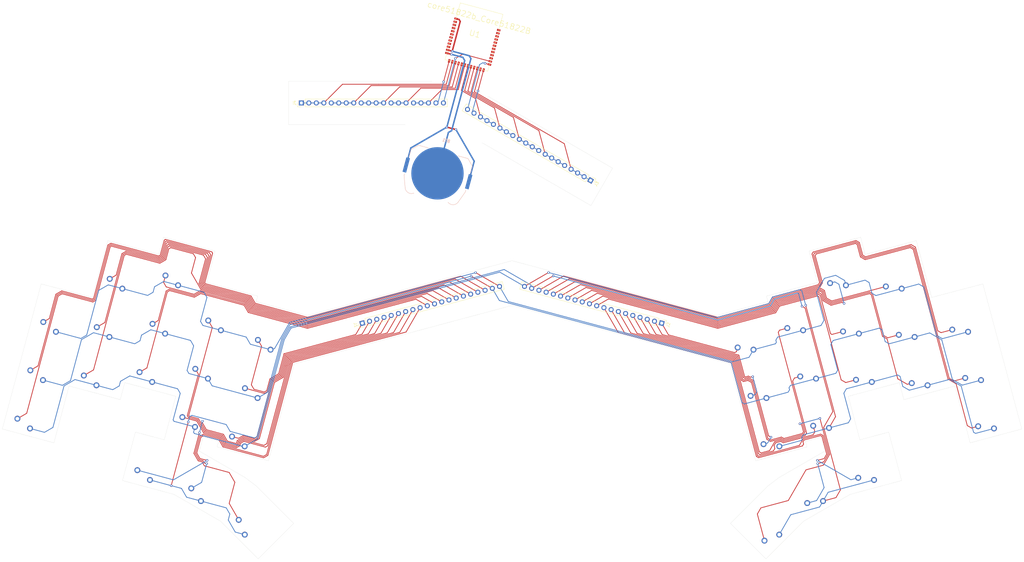
<source format=kicad_pcb>
(kicad_pcb (version 20171130) (host pcbnew 5.1.10-88a1d61d58~88~ubuntu20.04.1)
  (title_block (title "arrak keyboard") (date 2021-08-12) (comment 4 "by: durken"))
  (layers (0 F.Cu signal) (31 B.Cu signal) (34 B.Paste user) (35 F.Paste user) (36 B.SilkS user) (37 F.SilkS user) (38 B.Mask user) (39 F.Mask user) (44 Edge.Cuts user))
  (net 0 "")
  (net 1 R1)
  (net 2 R3)
  (net 3 D1)
  (net 4 D3)
  (net 5 D5)
  (net 6 D7)
  (net 7 D9)
  (net 8 D11)
  (net 9 D13)
  (net 10 D15)
  (net 11 D17)
  (net 12 R2)
  (net 13 R4)
  (net 14 D2)
  (net 15 D4)
  (net 16 D6)
  (net 17 D8)
  (net 18 D10)
  (net 19 D12)
  (net 20 D14)
  (net 21 D16)
  (net 22 D18)
  (net 23 D19)
  (net 24 D20)
  (net 25 D21)
  (net 26 D22)
  (net 27 D23)
  (net 28 D24)
  (net 29 D25)
  (net 30 D26)
  (net 31 D27)
  (net 32 D28)
  (net 33 D29)
  (net 34 D30)
  (net 35 D31)
  (net 36 D32)
  (net 37 D33)
  (net 38 D34)
  (net 39 D35)
  (net 40 D36)
  (net 41 GND)
  (net 42 VCC)
  (net 43 C6)
  (net 44 C7)
  (net 45 C8)
  (net 46 C9)
  (net 47 C10)
  (net 48 R4u)
  (net 49 R3u)
  (net 50 R1u)
  (net 51 R2u)
  (net 52 C1)
  (net 53 C2)
  (net 54 C3)
  (net 55 C4)
  (net 56 C5)
  (net 57 "Net-(U1-Pad27)")
  (net 58 "Net-(U1-Pad28)")
  (net 59 "Net-(U1-Pad29)")
  (net 60 "Net-(U1-Pad30)")
  (net 61 "Net-(U1-Pad33)")
  (net 62 "Net-(U1-Pad34)")
  (net 63 "Net-(U1-Pad35)")
  (net 64 "Net-(U1-Pad36)")
  (net 65 "Net-(U1-Pad2)")
  (net 66 "Net-(U1-Pad3)")
  (net 67 "Net-(U1-Pad4)")
  (net 68 "Net-(U1-Pad5)")
  (net 69 "Net-(U1-Pad6)")
  (net 70 "Net-(U1-Pad7)")
  (net 71 "Net-(U1-Pad8)")
  (net 72 "Net-(U1-Pad9)")
  (net 73 "Net-(U1-Pad10)")
  (net 74 "Net-(U1-Pad32)")
  (net 75 "Net-(U1-Pad31)")
  (module Connector_PinHeader_2.54mm:PinHeader_1x20_P2.54mm_Vertical (layer F.Cu) (at 148.085267 165.346466 105)
    (fp_text reference J1 (at 0 -2.33 105) (layer F.SilkS))
    (fp_text value Conn_01x20_Male)
    (pad 20 thru_hole oval (at 0 48.26 105) (size 1.7 1.7) (drill 1) (layers *.Cu *.Mask) (net 1 R1))
    (pad 19 thru_hole oval (at 0 45.72 105) (size 1.7 1.7) (drill 1) (layers *.Cu *.Mask) (net 12 R2))
    (pad 18 thru_hole oval (at 0 43.18 105) (size 1.7 1.7) (drill 1) (layers *.Cu *.Mask) (net 3 D1))
    (pad 17 thru_hole oval (at 0 40.64 105) (size 1.7 1.7) (drill 1) (layers *.Cu *.Mask) (net 14 D2))
    (pad 16 thru_hole oval (at 0 38.1 105) (size 1.7 1.7) (drill 1) (layers *.Cu *.Mask) (net 4 D3))
    (pad 15 thru_hole oval (at 0 35.56 105) (size 1.7 1.7) (drill 1) (layers *.Cu *.Mask) (net 15 D4))
    (pad 14 thru_hole oval (at 0 33.02 105) (size 1.7 1.7) (drill 1) (layers *.Cu *.Mask) (net 5 D5))
    (pad 13 thru_hole oval (at 0 30.48 105) (size 1.7 1.7) (drill 1) (layers *.Cu *.Mask) (net 16 D6))
    (pad 12 thru_hole oval (at 0 27.94 105) (size 1.7 1.7) (drill 1) (layers *.Cu *.Mask) (net 6 D7))
    (pad 11 thru_hole oval (at 0 25.4 105) (size 1.7 1.7) (drill 1) (layers *.Cu *.Mask) (net 17 D8))
    (pad 10 thru_hole oval (at 0 22.86 105) (size 1.7 1.7) (drill 1) (layers *.Cu *.Mask) (net 7 D9))
    (pad 9 thru_hole oval (at 0 20.32 105) (size 1.7 1.7) (drill 1) (layers *.Cu *.Mask) (net 18 D10))
    (pad 8 thru_hole oval (at 0 17.78 105) (size 1.7 1.7) (drill 1) (layers *.Cu *.Mask) (net 20 D14))
    (pad 7 thru_hole oval (at 0 15.24 105) (size 1.7 1.7) (drill 1) (layers *.Cu *.Mask) (net 9 D13))
    (pad 6 thru_hole oval (at 0 12.7 105) (size 1.7 1.7) (drill 1) (layers *.Cu *.Mask) (net 19 D12))
    (pad 5 thru_hole oval (at 0 10.16 105) (size 1.7 1.7) (drill 1) (layers *.Cu *.Mask) (net 8 D11))
    (pad 4 thru_hole oval (at 0 7.62 105) (size 1.7 1.7) (drill 1) (layers *.Cu *.Mask) (net 22 D18))
    (pad 3 thru_hole oval (at 0 5.08 105) (size 1.7 1.7) (drill 1) (layers *.Cu *.Mask) (net 11 D17))
    (pad 2 thru_hole oval (at 0 2.54 105) (size 1.7 1.7) (drill 1) (layers *.Cu *.Mask) (net 21 D16))
    (pad 1 thru_hole rect (at 0 0 105) (size 1.7 1.7) (drill 1) (layers *.Cu *.Mask) (net 10 D15))
  )
  (module Connector_PinHeader_2.54mm:PinHeader_1x20_P2.54mm_Vertical (layer F.Cu) (at 249.790399 165.34164 255)
    (fp_text reference J2 (at 0.000001 -2.33 75) (layer F.SilkS))
    (fp_text value Conn_01x20_Male)
    (pad 20 thru_hole oval (at 0 48.26 255) (size 1.7 1.7) (drill 1) (layers *.Cu *.Mask) (net 2 R3))
    (pad 19 thru_hole oval (at 0 45.72 255) (size 1.7 1.7) (drill 1) (layers *.Cu *.Mask) (net 13 R4))
    (pad 18 thru_hole oval (at 0 43.18 255) (size 1.7 1.7) (drill 1) (layers *.Cu *.Mask) (net 38 D34))
    (pad 17 thru_hole oval (at 0 40.64 255) (size 1.7 1.7) (drill 1) (layers *.Cu *.Mask) (net 39 D35))
    (pad 16 thru_hole oval (at 0 38.1 255) (size 1.7 1.7) (drill 1) (layers *.Cu *.Mask) (net 40 D36))
    (pad 15 thru_hole oval (at 0 35.56 255) (size 1.7 1.7) (drill 1) (layers *.Cu *.Mask) (net 35 D31))
    (pad 14 thru_hole oval (at 0 33.02 255) (size 1.7 1.7) (drill 1) (layers *.Cu *.Mask) (net 36 D32))
    (pad 13 thru_hole oval (at 0 30.48 255) (size 1.7 1.7) (drill 1) (layers *.Cu *.Mask) (net 37 D33))
    (pad 12 thru_hole oval (at 0 27.94 255) (size 1.7 1.7) (drill 1) (layers *.Cu *.Mask) (net 31 D27))
    (pad 11 thru_hole oval (at 0 25.4 255) (size 1.7 1.7) (drill 1) (layers *.Cu *.Mask) (net 32 D28))
    (pad 10 thru_hole oval (at 0 22.86 255) (size 1.7 1.7) (drill 1) (layers *.Cu *.Mask) (net 33 D29))
    (pad 9 thru_hole oval (at 0 20.32 255) (size 1.7 1.7) (drill 1) (layers *.Cu *.Mask) (net 34 D30))
    (pad 8 thru_hole oval (at 0 17.78 255) (size 1.7 1.7) (drill 1) (layers *.Cu *.Mask) (net 30 D26))
    (pad 7 thru_hole oval (at 0 15.24 255) (size 1.7 1.7) (drill 1) (layers *.Cu *.Mask) (net 29 D25))
    (pad 6 thru_hole oval (at 0 12.7 255) (size 1.7 1.7) (drill 1) (layers *.Cu *.Mask) (net 28 D24))
    (pad 5 thru_hole oval (at 0 10.16 255) (size 1.7 1.7) (drill 1) (layers *.Cu *.Mask) (net 27 D23))
    (pad 4 thru_hole oval (at 0 7.62 255) (size 1.7 1.7) (drill 1) (layers *.Cu *.Mask) (net 26 D22))
    (pad 3 thru_hole oval (at 0 5.08 255) (size 1.7 1.7) (drill 1) (layers *.Cu *.Mask) (net 25 D21))
    (pad 2 thru_hole oval (at 0 2.54 255) (size 1.7 1.7) (drill 1) (layers *.Cu *.Mask) (net 24 D20))
    (pad 1 thru_hole rect (at 0 0 255) (size 1.7 1.7) (drill 1) (layers *.Cu *.Mask) (net 23 D19))
  )
  (module Keebio-Parts:Kailh-PG1350-1u-NoLED (layer F.Cu) (at 361.151937 195.409965 15)
    (fp_text reference SW36)
    (fp_text value SW_PUSH hide)
    (pad "" np_thru_hole circle (at 5.5 0 195) (size 1.7 1.7) (drill 1.7) (layers *.Cu *.Mask))
    (pad "" np_thru_hole circle (at -5.5 0 195) (size 1.7 1.7) (drill 1.7) (layers *.Cu *.Mask))
    (pad 2 thru_hole circle (at -5 3.8 56.9) (size 2 2) (drill 1.2) (layers *.Cu *.Mask) (net 40 D36))
    (pad 1 thru_hole circle (at 0 5.9 195) (size 2 2) (drill 1.2) (layers *.Cu *.Mask) (net 2 R3))
    (pad "" np_thru_hole circle (at 0 0 195) (size 3.4 3.4) (drill 3.4) (layers *.Cu *.Mask))
  )
  (module Keebio-Parts:Kailh-PG1350-1u-NoLED (layer F.Cu) (at 356.752015 178.989225 15)
    (fp_text reference SW35)
    (fp_text value SW_PUSH hide)
    (pad "" np_thru_hole circle (at 5.5 0 195) (size 1.7 1.7) (drill 1.7) (layers *.Cu *.Mask))
    (pad "" np_thru_hole circle (at -5.5 0 195) (size 1.7 1.7) (drill 1.7) (layers *.Cu *.Mask))
    (pad 2 thru_hole circle (at -5 3.8 56.9) (size 2 2) (drill 1.2) (layers *.Cu *.Mask) (net 39 D35))
    (pad 1 thru_hole circle (at 0 5.9 195) (size 2 2) (drill 1.2) (layers *.Cu *.Mask) (net 12 R2))
    (pad "" np_thru_hole circle (at 0 0 195) (size 3.4 3.4) (drill 3.4) (layers *.Cu *.Mask))
  )
  (module Keebio-Parts:Kailh-PG1350-1u-NoLED (layer F.Cu) (at 352.35209 162.568488 15)
    (fp_text reference SW34)
    (fp_text value SW_PUSH hide)
    (pad "" np_thru_hole circle (at 5.5 0 195) (size 1.7 1.7) (drill 1.7) (layers *.Cu *.Mask))
    (pad "" np_thru_hole circle (at -5.5 0 195) (size 1.7 1.7) (drill 1.7) (layers *.Cu *.Mask))
    (pad 2 thru_hole circle (at -5 3.8 56.9) (size 2 2) (drill 1.2) (layers *.Cu *.Mask) (net 38 D34))
    (pad 1 thru_hole circle (at 0 5.9 195) (size 2 2) (drill 1.2) (layers *.Cu *.Mask) (net 1 R1))
    (pad "" np_thru_hole circle (at 0 0 195) (size 3.4 3.4) (drill 3.4) (layers *.Cu *.Mask))
  )
  (module Keebio-Parts:Kailh-PG1350-1u-NoLED (layer F.Cu) (at 338.588891 180.750193 15)
    (fp_text reference SW33)
    (fp_text value SW_PUSH hide)
    (pad "" np_thru_hole circle (at 5.5 0 195) (size 1.7 1.7) (drill 1.7) (layers *.Cu *.Mask))
    (pad "" np_thru_hole circle (at -5.5 0 195) (size 1.7 1.7) (drill 1.7) (layers *.Cu *.Mask))
    (pad 2 thru_hole circle (at -5 3.8 56.9) (size 2 2) (drill 1.2) (layers *.Cu *.Mask) (net 37 D33))
    (pad 1 thru_hole circle (at 0 5.9 195) (size 2 2) (drill 1.2) (layers *.Cu *.Mask) (net 2 R3))
    (pad "" np_thru_hole circle (at 0 0 195) (size 3.4 3.4) (drill 3.4) (layers *.Cu *.Mask))
  )
  (module Keebio-Parts:Kailh-PG1350-1u-NoLED (layer F.Cu) (at 334.188972 164.329454 15)
    (fp_text reference SW32)
    (fp_text value SW_PUSH hide)
    (pad "" np_thru_hole circle (at 5.5 0 195) (size 1.7 1.7) (drill 1.7) (layers *.Cu *.Mask))
    (pad "" np_thru_hole circle (at -5.5 0 195) (size 1.7 1.7) (drill 1.7) (layers *.Cu *.Mask))
    (pad 2 thru_hole circle (at -5 3.8 56.9) (size 2 2) (drill 1.2) (layers *.Cu *.Mask) (net 36 D32))
    (pad 1 thru_hole circle (at 0 5.9 195) (size 2 2) (drill 1.2) (layers *.Cu *.Mask) (net 12 R2))
    (pad "" np_thru_hole circle (at 0 0 195) (size 3.4 3.4) (drill 3.4) (layers *.Cu *.Mask))
  )
  (module Keebio-Parts:Kailh-PG1350-1u-NoLED (layer F.Cu) (at 329.789047 147.908714 15)
    (fp_text reference SW31)
    (fp_text value SW_PUSH hide)
    (pad "" np_thru_hole circle (at 5.5 0 195) (size 1.7 1.7) (drill 1.7) (layers *.Cu *.Mask))
    (pad "" np_thru_hole circle (at -5.5 0 195) (size 1.7 1.7) (drill 1.7) (layers *.Cu *.Mask))
    (pad 2 thru_hole circle (at -5 3.8 56.9) (size 2 2) (drill 1.2) (layers *.Cu *.Mask) (net 35 D31))
    (pad 1 thru_hole circle (at 0 5.9 195) (size 2 2) (drill 1.2) (layers *.Cu *.Mask) (net 1 R1))
    (pad "" np_thru_hole circle (at 0 0 195) (size 3.4 3.4) (drill 3.4) (layers *.Cu *.Mask))
  )
  (module Keebio-Parts:Kailh-PG1350-1u-NoLED (layer F.Cu) (at 320.405282 212.909646 15)
    (fp_text reference SW30)
    (fp_text value SW_PUSH hide)
    (pad "" np_thru_hole circle (at 5.5 0 195) (size 1.7 1.7) (drill 1.7) (layers *.Cu *.Mask))
    (pad "" np_thru_hole circle (at -5.5 0 195) (size 1.7 1.7) (drill 1.7) (layers *.Cu *.Mask))
    (pad 2 thru_hole circle (at -5 3.8 56.9) (size 2 2) (drill 1.2) (layers *.Cu *.Mask) (net 34 D30))
    (pad 1 thru_hole circle (at 0 5.9 195) (size 2 2) (drill 1.2) (layers *.Cu *.Mask) (net 13 R4))
    (pad "" np_thru_hole circle (at 0 0 195) (size 3.4 3.4) (drill 3.4) (layers *.Cu *.Mask))
  )
  (module Keebio-Parts:Kailh-PG1350-1u-NoLED (layer F.Cu) (at 319.649317 179.613378 15)
    (fp_text reference SW29)
    (fp_text value SW_PUSH hide)
    (pad "" np_thru_hole circle (at 5.5 0 195) (size 1.7 1.7) (drill 1.7) (layers *.Cu *.Mask))
    (pad "" np_thru_hole circle (at -5.5 0 195) (size 1.7 1.7) (drill 1.7) (layers *.Cu *.Mask))
    (pad 2 thru_hole circle (at -5 3.8 56.9) (size 2 2) (drill 1.2) (layers *.Cu *.Mask) (net 33 D29))
    (pad 1 thru_hole circle (at 0 5.9 195) (size 2 2) (drill 1.2) (layers *.Cu *.Mask) (net 2 R3))
    (pad "" np_thru_hole circle (at 0 0 195) (size 3.4 3.4) (drill 3.4) (layers *.Cu *.Mask))
  )
  (module Keebio-Parts:Kailh-PG1350-1u-NoLED (layer F.Cu) (at 315.249388 163.19264 15)
    (fp_text reference SW28)
    (fp_text value SW_PUSH hide)
    (pad "" np_thru_hole circle (at 5.5 0 195) (size 1.7 1.7) (drill 1.7) (layers *.Cu *.Mask))
    (pad "" np_thru_hole circle (at -5.5 0 195) (size 1.7 1.7) (drill 1.7) (layers *.Cu *.Mask))
    (pad 2 thru_hole circle (at -5 3.8 56.9) (size 2 2) (drill 1.2) (layers *.Cu *.Mask) (net 32 D28))
    (pad 1 thru_hole circle (at 0 5.9 195) (size 2 2) (drill 1.2) (layers *.Cu *.Mask) (net 12 R2))
    (pad "" np_thru_hole circle (at 0 0 195) (size 3.4 3.4) (drill 3.4) (layers *.Cu *.Mask))
  )
  (module Keebio-Parts:Kailh-PG1350-1u-NoLED (layer F.Cu) (at 310.849467 146.771901 15)
    (fp_text reference SW27)
    (fp_text value SW_PUSH hide)
    (pad "" np_thru_hole circle (at 5.5 0 195) (size 1.7 1.7) (drill 1.7) (layers *.Cu *.Mask))
    (pad "" np_thru_hole circle (at -5.5 0 195) (size 1.7 1.7) (drill 1.7) (layers *.Cu *.Mask))
    (pad 2 thru_hole circle (at -5 3.8 56.9) (size 2 2) (drill 1.2) (layers *.Cu *.Mask) (net 31 D27))
    (pad 1 thru_hole circle (at 0 5.9 195) (size 2 2) (drill 1.2) (layers *.Cu *.Mask) (net 1 R1))
    (pad "" np_thru_hole circle (at 0 0 195) (size 3.4 3.4) (drill 3.4) (layers *.Cu *.Mask))
  )
  (module Keebio-Parts:Kailh-PG1350-1u-NoLED (layer F.Cu) (at 301.662056 220.667717 30)
    (fp_text reference SW26)
    (fp_text value SW_PUSH hide)
    (pad "" np_thru_hole circle (at 5.5 0 210) (size 1.7 1.7) (drill 1.7) (layers *.Cu *.Mask))
    (pad "" np_thru_hole circle (at -5.5 0 210) (size 1.7 1.7) (drill 1.7) (layers *.Cu *.Mask))
    (pad 2 thru_hole circle (at -5 3.8 71.9) (size 2 2) (drill 1.2) (layers *.Cu *.Mask) (net 30 D26))
    (pad 1 thru_hole circle (at 0 5.9 210) (size 2 2) (drill 1.2) (layers *.Cu *.Mask) (net 13 R4))
    (pad "" np_thru_hole circle (at 0 0 210) (size 3.4 3.4) (drill 3.4) (layers *.Cu *.Mask))
  )
  (module Keebio-Parts:Kailh-PG1350-1u-NoLED (layer F.Cu) (at 305.109661 195.236238 15)
    (fp_text reference SW25)
    (fp_text value SW_PUSH hide)
    (pad "" np_thru_hole circle (at 5.5 0 195) (size 1.7 1.7) (drill 1.7) (layers *.Cu *.Mask))
    (pad "" np_thru_hole circle (at -5.5 0 195) (size 1.7 1.7) (drill 1.7) (layers *.Cu *.Mask))
    (pad 2 thru_hole circle (at -5 3.8 56.9) (size 2 2) (drill 1.2) (layers *.Cu *.Mask) (net 29 D25))
    (pad 1 thru_hole circle (at 0 5.9 195) (size 2 2) (drill 1.2) (layers *.Cu *.Mask) (net 2 R3))
    (pad "" np_thru_hole circle (at 0 0 195) (size 3.4 3.4) (drill 3.4) (layers *.Cu *.Mask))
  )
  (module Keebio-Parts:Kailh-PG1350-1u-NoLED (layer F.Cu) (at 300.709737 178.476566 15)
    (fp_text reference SW24)
    (fp_text value SW_PUSH hide)
    (pad "" np_thru_hole circle (at 5.5 0 195) (size 1.7 1.7) (drill 1.7) (layers *.Cu *.Mask))
    (pad "" np_thru_hole circle (at -5.5 0 195) (size 1.7 1.7) (drill 1.7) (layers *.Cu *.Mask))
    (pad 2 thru_hole circle (at -5 3.8 56.9) (size 2 2) (drill 1.2) (layers *.Cu *.Mask) (net 28 D24))
    (pad 1 thru_hole circle (at 0 5.9 195) (size 2 2) (drill 1.2) (layers *.Cu *.Mask) (net 12 R2))
    (pad "" np_thru_hole circle (at 0 0 195) (size 3.4 3.4) (drill 3.4) (layers *.Cu *.Mask))
  )
  (module Keebio-Parts:Kailh-PG1350-1u-NoLED (layer F.Cu) (at 296.309808 162.055825 15)
    (fp_text reference SW23)
    (fp_text value SW_PUSH hide)
    (pad "" np_thru_hole circle (at 5.5 0 195) (size 1.7 1.7) (drill 1.7) (layers *.Cu *.Mask))
    (pad "" np_thru_hole circle (at -5.5 0 195) (size 1.7 1.7) (drill 1.7) (layers *.Cu *.Mask))
    (pad 2 thru_hole circle (at -5 3.8 56.9) (size 2 2) (drill 1.2) (layers *.Cu *.Mask) (net 27 D23))
    (pad 1 thru_hole circle (at 0 5.9 195) (size 2 2) (drill 1.2) (layers *.Cu *.Mask) (net 1 R1))
    (pad "" np_thru_hole circle (at 0 0 195) (size 3.4 3.4) (drill 3.4) (layers *.Cu *.Mask))
  )
  (module Keebio-Parts:Kailh-PG1350-1u-NoLED (layer F.Cu) (at 285.555285 233.00965 45)
    (fp_text reference SW22)
    (fp_text value SW_PUSH hide)
    (pad "" np_thru_hole circle (at 5.5 0 225) (size 1.7 1.7) (drill 1.7) (layers *.Cu *.Mask))
    (pad "" np_thru_hole circle (at -5.5 0 225) (size 1.7 1.7) (drill 1.7) (layers *.Cu *.Mask))
    (pad 2 thru_hole circle (at -5 3.8 86.9) (size 2 2) (drill 1.2) (layers *.Cu *.Mask) (net 26 D22))
    (pad 1 thru_hole circle (at 0 5.9 225) (size 2 2) (drill 1.2) (layers *.Cu *.Mask) (net 13 R4))
    (pad "" np_thru_hole circle (at 0 0 225) (size 3.4 3.4) (drill 3.4) (layers *.Cu *.Mask))
  )
  (module Keebio-Parts:Kailh-PG1350-1u-NoLED (layer F.Cu) (at 288.24063 201.487899 15)
    (fp_text reference SW21)
    (fp_text value SW_PUSH hide)
    (pad "" np_thru_hole circle (at 5.5 0 195) (size 1.7 1.7) (drill 1.7) (layers *.Cu *.Mask))
    (pad "" np_thru_hole circle (at -5.5 0 195) (size 1.7 1.7) (drill 1.7) (layers *.Cu *.Mask))
    (pad 2 thru_hole circle (at -5 3.8 56.9) (size 2 2) (drill 1.2) (layers *.Cu *.Mask) (net 25 D21))
    (pad 1 thru_hole circle (at 0 5.9 195) (size 2 2) (drill 1.2) (layers *.Cu *.Mask) (net 2 R3))
    (pad "" np_thru_hole circle (at 0 0 195) (size 3.4 3.4) (drill 3.4) (layers *.Cu *.Mask))
  )
  (module Keebio-Parts:Kailh-PG1350-1u-NoLED (layer F.Cu) (at 283.840704 185.067162 15)
    (fp_text reference SW20)
    (fp_text value SW_PUSH hide)
    (pad "" np_thru_hole circle (at 5.5 0 195) (size 1.7 1.7) (drill 1.7) (layers *.Cu *.Mask))
    (pad "" np_thru_hole circle (at -5.5 0 195) (size 1.7 1.7) (drill 1.7) (layers *.Cu *.Mask))
    (pad 2 thru_hole circle (at -5 3.8 56.9) (size 2 2) (drill 1.2) (layers *.Cu *.Mask) (net 24 D20))
    (pad 1 thru_hole circle (at 0 5.9 195) (size 2 2) (drill 1.2) (layers *.Cu *.Mask) (net 12 R2))
    (pad "" np_thru_hole circle (at 0 0 195) (size 3.4 3.4) (drill 3.4) (layers *.Cu *.Mask))
  )
  (module Keebio-Parts:Kailh-PG1350-1u-NoLED (layer F.Cu) (at 279.440785 168.646419 15)
    (fp_text reference SW19)
    (fp_text value SW_PUSH hide)
    (pad "" np_thru_hole circle (at 5.5 0 195) (size 1.7 1.7) (drill 1.7) (layers *.Cu *.Mask))
    (pad "" np_thru_hole circle (at -5.5 0 195) (size 1.7 1.7) (drill 1.7) (layers *.Cu *.Mask))
    (pad 2 thru_hole circle (at -5 3.8 56.9) (size 2 2) (drill 1.2) (layers *.Cu *.Mask) (net 23 D19))
    (pad 1 thru_hole circle (at 0 5.9 195) (size 2 2) (drill 1.2) (layers *.Cu *.Mask) (net 1 R1))
    (pad "" np_thru_hole circle (at 0 0 195) (size 3.4 3.4) (drill 3.4) (layers *.Cu *.Mask))
  )
  (module Keebio-Parts:Kailh-PG1350-1u-NoLED (layer F.Cu) (at 112.319095 233.009645 315)
    (fp_text reference SW18)
    (fp_text value SW_PUSH hide)
    (pad "" np_thru_hole circle (at 5.5 0 135) (size 1.7 1.7) (drill 1.7) (layers *.Cu *.Mask))
    (pad "" np_thru_hole circle (at -5.5 0 135) (size 1.7 1.7) (drill 1.7) (layers *.Cu *.Mask))
    (pad 2 thru_hole circle (at -5 3.8 356.9) (size 2 2) (drill 1.2) (layers *.Cu *.Mask) (net 22 D18))
    (pad 1 thru_hole circle (at 0 5.9 135) (size 2 2) (drill 1.2) (layers *.Cu *.Mask) (net 13 R4))
    (pad "" np_thru_hole circle (at 0 0 135) (size 3.4 3.4) (drill 3.4) (layers *.Cu *.Mask))
  )
  (module Keebio-Parts:Kailh-PG1350-1u-NoLED (layer F.Cu) (at 118.433592 168.646423 345)
    (fp_text reference SW15)
    (fp_text value SW_PUSH hide)
    (pad "" np_thru_hole circle (at 5.5 0 165) (size 1.7 1.7) (drill 1.7) (layers *.Cu *.Mask))
    (pad "" np_thru_hole circle (at -5.5 0 165) (size 1.7 1.7) (drill 1.7) (layers *.Cu *.Mask))
    (pad 2 thru_hole circle (at -5 3.8 26.9) (size 2 2) (drill 1.2) (layers *.Cu *.Mask) (net 10 D15))
    (pad 1 thru_hole circle (at 0 5.9 165) (size 2 2) (drill 1.2) (layers *.Cu *.Mask) (net 1 R1))
    (pad "" np_thru_hole circle (at 0 0 165) (size 3.4 3.4) (drill 3.4) (layers *.Cu *.Mask))
  )
  (module Keebio-Parts:Kailh-PG1350-1u-NoLED (layer F.Cu) (at 96.212318 220.667715 330)
    (fp_text reference SW14)
    (fp_text value SW_PUSH hide)
    (pad "" np_thru_hole circle (at 5.5 0 150) (size 1.7 1.7) (drill 1.7) (layers *.Cu *.Mask))
    (pad "" np_thru_hole circle (at -5.5 0 150) (size 1.7 1.7) (drill 1.7) (layers *.Cu *.Mask))
    (pad 2 thru_hole circle (at -5 3.8 11.9) (size 2 2) (drill 1.2) (layers *.Cu *.Mask) (net 20 D14))
    (pad 1 thru_hole circle (at 0 5.9 150) (size 2 2) (drill 1.2) (layers *.Cu *.Mask) (net 13 R4))
    (pad "" np_thru_hole circle (at 0 0 150) (size 3.4 3.4) (drill 3.4) (layers *.Cu *.Mask))
  )
  (module Keebio-Parts:Kailh-PG1350-1u-NoLED (layer F.Cu) (at 101.564558 162.055825 345)
    (fp_text reference SW11)
    (fp_text value SW_PUSH hide)
    (pad "" np_thru_hole circle (at 5.5 0 165) (size 1.7 1.7) (drill 1.7) (layers *.Cu *.Mask))
    (pad "" np_thru_hole circle (at -5.5 0 165) (size 1.7 1.7) (drill 1.7) (layers *.Cu *.Mask))
    (pad 2 thru_hole circle (at -5 3.8 26.9) (size 2 2) (drill 1.2) (layers *.Cu *.Mask) (net 8 D11))
    (pad 1 thru_hole circle (at 0 5.9 165) (size 2 2) (drill 1.2) (layers *.Cu *.Mask) (net 1 R1))
    (pad "" np_thru_hole circle (at 0 0 165) (size 3.4 3.4) (drill 3.4) (layers *.Cu *.Mask))
  )
  (module Keebio-Parts:Kailh-PG1350-1u-NoLED (layer F.Cu) (at 78.225059 179.613379 345)
    (fp_text reference SW9)
    (fp_text value SW_PUSH hide)
    (pad "" np_thru_hole circle (at 5.5 0 165) (size 1.7 1.7) (drill 1.7) (layers *.Cu *.Mask))
    (pad "" np_thru_hole circle (at -5.5 0 165) (size 1.7 1.7) (drill 1.7) (layers *.Cu *.Mask))
    (pad 2 thru_hole circle (at -5 3.8 26.9) (size 2 2) (drill 1.2) (layers *.Cu *.Mask) (net 7 D9))
    (pad 1 thru_hole circle (at 0 5.9 165) (size 2 2) (drill 1.2) (layers *.Cu *.Mask) (net 2 R3))
    (pad "" np_thru_hole circle (at 0 0 165) (size 3.4 3.4) (drill 3.4) (layers *.Cu *.Mask))
  )
  (module Keebio-Parts:Kailh-PG1350-1u-NoLED (layer F.Cu) (at 82.624983 163.19264 345)
    (fp_text reference SW8)
    (fp_text value SW_PUSH hide)
    (pad "" np_thru_hole circle (at 5.5 0 165) (size 1.7 1.7) (drill 1.7) (layers *.Cu *.Mask))
    (pad "" np_thru_hole circle (at -5.5 0 165) (size 1.7 1.7) (drill 1.7) (layers *.Cu *.Mask))
    (pad 2 thru_hole circle (at -5 3.8 26.9) (size 2 2) (drill 1.2) (layers *.Cu *.Mask) (net 17 D8))
    (pad 1 thru_hole circle (at 0 5.9 165) (size 2 2) (drill 1.2) (layers *.Cu *.Mask) (net 12 R2))
    (pad "" np_thru_hole circle (at 0 0 165) (size 3.4 3.4) (drill 3.4) (layers *.Cu *.Mask))
  )
  (module Keebio-Parts:Kailh-PG1350-1u-NoLED (layer F.Cu) (at 87.024907 146.7719 345)
    (fp_text reference SW7)
    (fp_text value SW_PUSH hide)
    (pad "" np_thru_hole circle (at 5.5 0 165) (size 1.7 1.7) (drill 1.7) (layers *.Cu *.Mask))
    (pad "" np_thru_hole circle (at -5.5 0 165) (size 1.7 1.7) (drill 1.7) (layers *.Cu *.Mask))
    (pad 2 thru_hole circle (at -5 3.8 26.9) (size 2 2) (drill 1.2) (layers *.Cu *.Mask) (net 6 D7))
    (pad 1 thru_hole circle (at 0 5.9 165) (size 2 2) (drill 1.2) (layers *.Cu *.Mask) (net 1 R1))
    (pad "" np_thru_hole circle (at 0 0 165) (size 3.4 3.4) (drill 3.4) (layers *.Cu *.Mask))
  )
  (module Keebio-Parts:Kailh-PG1350-1u-NoLED (layer F.Cu) (at 36.722436 195.409966 345)
    (fp_text reference SW3)
    (fp_text value SW_PUSH hide)
    (pad "" np_thru_hole circle (at 5.5 0 165) (size 1.7 1.7) (drill 1.7) (layers *.Cu *.Mask))
    (pad "" np_thru_hole circle (at -5.5 0 165) (size 1.7 1.7) (drill 1.7) (layers *.Cu *.Mask))
    (pad 2 thru_hole circle (at -5 3.8 26.9) (size 2 2) (drill 1.2) (layers *.Cu *.Mask) (net 4 D3))
    (pad 1 thru_hole circle (at 0 5.9 165) (size 2 2) (drill 1.2) (layers *.Cu *.Mask) (net 2 R3))
    (pad "" np_thru_hole circle (at 0 0 165) (size 3.4 3.4) (drill 3.4) (layers *.Cu *.Mask))
  )
  (module Keebio-Parts:Kailh-PG1350-1u-NoLED (layer F.Cu) (at 41.122358 178.989228 345)
    (fp_text reference SW2)
    (fp_text value SW_PUSH hide)
    (pad "" np_thru_hole circle (at 5.5 0 165) (size 1.7 1.7) (drill 1.7) (layers *.Cu *.Mask))
    (pad "" np_thru_hole circle (at -5.5 0 165) (size 1.7 1.7) (drill 1.7) (layers *.Cu *.Mask))
    (pad 2 thru_hole circle (at -5 3.8 26.9) (size 2 2) (drill 1.2) (layers *.Cu *.Mask) (net 14 D2))
    (pad 1 thru_hole circle (at 0 5.9 165) (size 2 2) (drill 1.2) (layers *.Cu *.Mask) (net 12 R2))
    (pad "" np_thru_hole circle (at 0 0 165) (size 3.4 3.4) (drill 3.4) (layers *.Cu *.Mask))
  )
  (module Keebio-Parts:Kailh-PG1350-1u-NoLED (layer F.Cu) (at 59.285479 180.750192 345)
    (fp_text reference SW6)
    (fp_text value SW_PUSH hide)
    (pad "" np_thru_hole circle (at 5.5 0 165) (size 1.7 1.7) (drill 1.7) (layers *.Cu *.Mask))
    (pad "" np_thru_hole circle (at -5.5 0 165) (size 1.7 1.7) (drill 1.7) (layers *.Cu *.Mask))
    (pad 2 thru_hole circle (at -5 3.8 26.9) (size 2 2) (drill 1.2) (layers *.Cu *.Mask) (net 16 D6))
    (pad 1 thru_hole circle (at 0 5.9 165) (size 2 2) (drill 1.2) (layers *.Cu *.Mask) (net 2 R3))
    (pad "" np_thru_hole circle (at 0 0 165) (size 3.4 3.4) (drill 3.4) (layers *.Cu *.Mask))
  )
  (module Keebio-Parts:Kailh-PG1350-1u-NoLED (layer F.Cu) (at 68.085325 147.908711 345)
    (fp_text reference SW4)
    (fp_text value SW_PUSH hide)
    (pad "" np_thru_hole circle (at 5.5 0 165) (size 1.7 1.7) (drill 1.7) (layers *.Cu *.Mask))
    (pad "" np_thru_hole circle (at -5.5 0 165) (size 1.7 1.7) (drill 1.7) (layers *.Cu *.Mask))
    (pad 2 thru_hole circle (at -5 3.8 26.9) (size 2 2) (drill 1.2) (layers *.Cu *.Mask) (net 15 D4))
    (pad 1 thru_hole circle (at 0 5.9 165) (size 2 2) (drill 1.2) (layers *.Cu *.Mask) (net 1 R1))
    (pad "" np_thru_hole circle (at 0 0 165) (size 3.4 3.4) (drill 3.4) (layers *.Cu *.Mask))
  )
  (module Keebio-Parts:Kailh-PG1350-1u-NoLED (layer F.Cu) (at 63.685403 164.329455 345)
    (fp_text reference SW5)
    (fp_text value SW_PUSH hide)
    (pad "" np_thru_hole circle (at 5.5 0 165) (size 1.7 1.7) (drill 1.7) (layers *.Cu *.Mask))
    (pad "" np_thru_hole circle (at -5.5 0 165) (size 1.7 1.7) (drill 1.7) (layers *.Cu *.Mask))
    (pad 2 thru_hole circle (at -5 3.8 26.9) (size 2 2) (drill 1.2) (layers *.Cu *.Mask) (net 5 D5))
    (pad 1 thru_hole circle (at 0 5.9 165) (size 2 2) (drill 1.2) (layers *.Cu *.Mask) (net 12 R2))
    (pad "" np_thru_hole circle (at 0 0 165) (size 3.4 3.4) (drill 3.4) (layers *.Cu *.Mask))
  )
  (module Keebio-Parts:Kailh-PG1350-1u-NoLED (layer F.Cu) (at 45.522285 162.568486 345)
    (fp_text reference SW1)
    (fp_text value SW_PUSH hide)
    (pad "" np_thru_hole circle (at 5.5 0 165) (size 1.7 1.7) (drill 1.7) (layers *.Cu *.Mask))
    (pad "" np_thru_hole circle (at -5.5 0 165) (size 1.7 1.7) (drill 1.7) (layers *.Cu *.Mask))
    (pad 2 thru_hole circle (at -5 3.8 26.9) (size 2 2) (drill 1.2) (layers *.Cu *.Mask) (net 3 D1))
    (pad 1 thru_hole circle (at 0 5.9 165) (size 2 2) (drill 1.2) (layers *.Cu *.Mask) (net 1 R1))
    (pad "" np_thru_hole circle (at 0 0 165) (size 3.4 3.4) (drill 3.4) (layers *.Cu *.Mask))
  )
  (module Keebio-Parts:Kailh-PG1350-1u-NoLED (layer F.Cu) (at 92.764716 194.897306 345)
    (fp_text reference SW13)
    (fp_text value SW_PUSH hide)
    (pad "" np_thru_hole circle (at 5.5 0 165) (size 1.7 1.7) (drill 1.7) (layers *.Cu *.Mask))
    (pad "" np_thru_hole circle (at -5.5 0 165) (size 1.7 1.7) (drill 1.7) (layers *.Cu *.Mask))
    (pad 2 thru_hole circle (at -5 3.8 26.9) (size 2 2) (drill 1.2) (layers *.Cu *.Mask) (net 9 D13))
    (pad 1 thru_hole circle (at 0 5.9 165) (size 2 2) (drill 1.2) (layers *.Cu *.Mask) (net 2 R3))
    (pad "" np_thru_hole circle (at 0 0 165) (size 3.4 3.4) (drill 3.4) (layers *.Cu *.Mask))
  )
  (module Keebio-Parts:Kailh-PG1350-1u-NoLED (layer F.Cu) (at 109.633745 201.4879 345)
    (fp_text reference SW17)
    (fp_text value SW_PUSH hide)
    (pad "" np_thru_hole circle (at 5.5 0 165) (size 1.7 1.7) (drill 1.7) (layers *.Cu *.Mask))
    (pad "" np_thru_hole circle (at -5.5 0 165) (size 1.7 1.7) (drill 1.7) (layers *.Cu *.Mask))
    (pad 2 thru_hole circle (at -5 3.8 26.9) (size 2 2) (drill 1.2) (layers *.Cu *.Mask) (net 11 D17))
    (pad 1 thru_hole circle (at 0 5.9 165) (size 2 2) (drill 1.2) (layers *.Cu *.Mask) (net 2 R3))
    (pad "" np_thru_hole circle (at 0 0 165) (size 3.4 3.4) (drill 3.4) (layers *.Cu *.Mask))
  )
  (module Keebio-Parts:Kailh-PG1350-1u-NoLED (layer F.Cu) (at 97.164641 178.476567 345)
    (fp_text reference SW12)
    (fp_text value SW_PUSH hide)
    (pad "" np_thru_hole circle (at 5.5 0 165) (size 1.7 1.7) (drill 1.7) (layers *.Cu *.Mask))
    (pad "" np_thru_hole circle (at -5.5 0 165) (size 1.7 1.7) (drill 1.7) (layers *.Cu *.Mask))
    (pad 2 thru_hole circle (at -5 3.8 26.9) (size 2 2) (drill 1.2) (layers *.Cu *.Mask) (net 19 D12))
    (pad 1 thru_hole circle (at 0 5.9 165) (size 2 2) (drill 1.2) (layers *.Cu *.Mask) (net 12 R2))
    (pad "" np_thru_hole circle (at 0 0 165) (size 3.4 3.4) (drill 3.4) (layers *.Cu *.Mask))
  )
  (module Keebio-Parts:Kailh-PG1350-1u-NoLED (layer F.Cu) (at 114.033669 185.067162 345)
    (fp_text reference SW16)
    (fp_text value SW_PUSH hide)
    (pad "" np_thru_hole circle (at 5.5 0 165) (size 1.7 1.7) (drill 1.7) (layers *.Cu *.Mask))
    (pad "" np_thru_hole circle (at -5.5 0 165) (size 1.7 1.7) (drill 1.7) (layers *.Cu *.Mask))
    (pad 2 thru_hole circle (at -5 3.8 26.9) (size 2 2) (drill 1.2) (layers *.Cu *.Mask) (net 21 D16))
    (pad 1 thru_hole circle (at 0 5.9 165) (size 2 2) (drill 1.2) (layers *.Cu *.Mask) (net 12 R2))
    (pad "" np_thru_hole circle (at 0 0 165) (size 3.4 3.4) (drill 3.4) (layers *.Cu *.Mask))
  )
  (module Keebio-Parts:Kailh-PG1350-1u-NoLED (layer F.Cu) (at 77.469095 212.909644 345)
    (fp_text reference SW10)
    (fp_text value SW_PUSH hide)
    (pad "" np_thru_hole circle (at 5.5 0 165) (size 1.7 1.7) (drill 1.7) (layers *.Cu *.Mask))
    (pad "" np_thru_hole circle (at -5.5 0 165) (size 1.7 1.7) (drill 1.7) (layers *.Cu *.Mask))
    (pad 2 thru_hole circle (at -5 3.8 26.9) (size 2 2) (drill 1.2) (layers *.Cu *.Mask) (net 18 D10))
    (pad 1 thru_hole circle (at 0 5.9 165) (size 2 2) (drill 1.2) (layers *.Cu *.Mask) (net 13 R4))
    (pad "" np_thru_hole circle (at 0 0 165) (size 3.4 3.4) (drill 3.4) (layers *.Cu *.Mask))
  )
  (module Battery:BatteryHolder_Keystone_3034_1x20mm (layer B.Cu) (at 173.61933 114.441586 165)
    (fp_text reference BT1 (at 0 11.5 165) (layer B.SilkS) (effects (justify mirror)))
    (fp_text value Battery_Cell)
    (pad 2 smd circle (at 0 0 165) (size 17.8 17.8) (layers B.Cu B.Mask) (net 41 GND))
    (pad 1 smd rect (at 10.985 0 165) (size 1.27 5.08) (layers B.Cu B.Paste B.Mask) (net 42 VCC))
    (pad 1 smd rect (at -10.985 0 165) (size 1.27 5.08) (layers B.Cu B.Paste B.Mask) (net 42 VCC))
  )
  (module Connector_PinHeader_2.54mm:PinHeader_1x20_P2.54mm_Vertical (layer F.Cu) (at 225.620707 116.849031 240)
    (fp_text reference J3 (at 0 -2.33 60) (layer F.SilkS))
    (fp_text value Conn_01x20_Male)
    (pad 1 thru_hole rect (at 0 0 240) (size 1.7 1.7) (drill 1) (layers *.Cu *.Mask) (net 43 C6))
    (pad 2 thru_hole oval (at 0 2.54 240) (size 1.7 1.7) (drill 1) (layers *.Cu *.Mask) (net 43 C6))
    (pad 3 thru_hole oval (at 0 5.08 240) (size 1.7 1.7) (drill 1) (layers *.Cu *.Mask) (net 43 C6))
    (pad 4 thru_hole oval (at 0 7.62 240) (size 1.7 1.7) (drill 1) (layers *.Cu *.Mask) (net 43 C6))
    (pad 5 thru_hole oval (at 0 10.16 240) (size 1.7 1.7) (drill 1) (layers *.Cu *.Mask) (net 44 C7))
    (pad 6 thru_hole oval (at 0 12.7 240) (size 1.7 1.7) (drill 1) (layers *.Cu *.Mask) (net 44 C7))
    (pad 7 thru_hole oval (at 0 15.24 240) (size 1.7 1.7) (drill 1) (layers *.Cu *.Mask) (net 44 C7))
    (pad 8 thru_hole oval (at 0 17.78 240) (size 1.7 1.7) (drill 1) (layers *.Cu *.Mask) (net 44 C7))
    (pad 9 thru_hole oval (at 0 20.32 240) (size 1.7 1.7) (drill 1) (layers *.Cu *.Mask) (net 45 C8))
    (pad 10 thru_hole oval (at 0 22.86 240) (size 1.7 1.7) (drill 1) (layers *.Cu *.Mask) (net 45 C8))
    (pad 11 thru_hole oval (at 0 25.4 240) (size 1.7 1.7) (drill 1) (layers *.Cu *.Mask) (net 45 C8))
    (pad 12 thru_hole oval (at 0 27.94 240) (size 1.7 1.7) (drill 1) (layers *.Cu *.Mask) (net 45 C8))
    (pad 13 thru_hole oval (at 0 30.48 240) (size 1.7 1.7) (drill 1) (layers *.Cu *.Mask) (net 46 C9))
    (pad 14 thru_hole oval (at 0 33.02 240) (size 1.7 1.7) (drill 1) (layers *.Cu *.Mask) (net 46 C9))
    (pad 15 thru_hole oval (at 0 35.56 240) (size 1.7 1.7) (drill 1) (layers *.Cu *.Mask) (net 46 C9))
    (pad 16 thru_hole oval (at 0 38.1 240) (size 1.7 1.7) (drill 1) (layers *.Cu *.Mask) (net 47 C10))
    (pad 17 thru_hole oval (at 0 40.64 240) (size 1.7 1.7) (drill 1) (layers *.Cu *.Mask) (net 47 C10))
    (pad 18 thru_hole oval (at 0 43.18 240) (size 1.7 1.7) (drill 1) (layers *.Cu *.Mask) (net 47 C10))
    (pad 19 thru_hole oval (at 0 45.72 240) (size 1.7 1.7) (drill 1) (layers *.Cu *.Mask) (net 48 R4u))
    (pad 20 thru_hole oval (at 0 48.26 240) (size 1.7 1.7) (drill 1) (layers *.Cu *.Mask) (net 49 R3u))
  )
  (module Connector_PinHeader_2.54mm:PinHeader_1x20_P2.54mm_Vertical (layer F.Cu) (at 127.381092 90.525806 90)
    (fp_text reference J4 (at 0 -2.33 90) (layer F.SilkS))
    (fp_text value Conn_01x20_Male)
    (pad 20 thru_hole oval (at 0 48.26 90) (size 1.7 1.7) (drill 1) (layers *.Cu *.Mask) (net 50 R1u))
    (pad 19 thru_hole oval (at 0 45.72 90) (size 1.7 1.7) (drill 1) (layers *.Cu *.Mask) (net 51 R2u))
    (pad 18 thru_hole oval (at 0 43.18 90) (size 1.7 1.7) (drill 1) (layers *.Cu *.Mask) (net 52 C1))
    (pad 17 thru_hole oval (at 0 40.64 90) (size 1.7 1.7) (drill 1) (layers *.Cu *.Mask) (net 52 C1))
    (pad 16 thru_hole oval (at 0 38.1 90) (size 1.7 1.7) (drill 1) (layers *.Cu *.Mask) (net 52 C1))
    (pad 15 thru_hole oval (at 0 35.56 90) (size 1.7 1.7) (drill 1) (layers *.Cu *.Mask) (net 53 C2))
    (pad 14 thru_hole oval (at 0 33.02 90) (size 1.7 1.7) (drill 1) (layers *.Cu *.Mask) (net 53 C2))
    (pad 13 thru_hole oval (at 0 30.48 90) (size 1.7 1.7) (drill 1) (layers *.Cu *.Mask) (net 53 C2))
    (pad 12 thru_hole oval (at 0 27.94 90) (size 1.7 1.7) (drill 1) (layers *.Cu *.Mask) (net 54 C3))
    (pad 11 thru_hole oval (at 0 25.4 90) (size 1.7 1.7) (drill 1) (layers *.Cu *.Mask) (net 54 C3))
    (pad 10 thru_hole oval (at 0 22.86 90) (size 1.7 1.7) (drill 1) (layers *.Cu *.Mask) (net 54 C3))
    (pad 9 thru_hole oval (at 0 20.32 90) (size 1.7 1.7) (drill 1) (layers *.Cu *.Mask) (net 54 C3))
    (pad 8 thru_hole oval (at 0 17.78 90) (size 1.7 1.7) (drill 1) (layers *.Cu *.Mask) (net 55 C4))
    (pad 7 thru_hole oval (at 0 15.24 90) (size 1.7 1.7) (drill 1) (layers *.Cu *.Mask) (net 55 C4))
    (pad 6 thru_hole oval (at 0 12.7 90) (size 1.7 1.7) (drill 1) (layers *.Cu *.Mask) (net 55 C4))
    (pad 5 thru_hole oval (at 0 10.16 90) (size 1.7 1.7) (drill 1) (layers *.Cu *.Mask) (net 55 C4))
    (pad 4 thru_hole oval (at 0 7.62 90) (size 1.7 1.7) (drill 1) (layers *.Cu *.Mask) (net 56 C5))
    (pad 3 thru_hole oval (at 0 5.08 90) (size 1.7 1.7) (drill 1) (layers *.Cu *.Mask) (net 56 C5))
    (pad 2 thru_hole oval (at 0 2.54 90) (size 1.7 1.7) (drill 1) (layers *.Cu *.Mask) (net 56 C5))
    (pad 1 thru_hole rect (at 0 0 90) (size 1.7 1.7) (drill 1) (layers *.Cu *.Mask) (net 56 C5))
  )
  (module redox_w_footprints:MY-YJ-14015-Module (layer F.Cu) (at 183.436335 77.80402 345)
    (fp_text reference U1 (at 0 -11.1252 165) (layer F.SilkS) (effects (font (size 1.9304 1.9304) (thickness 0.1524))))
    (fp_text value core51822b_Core51822B (at 0 -16.764 165) (layer F.SilkS) (effects (font (size 1.9304 1.9304) (thickness 0.1524))))
    (pad 11 smd rect (at -7.49808 -3.44932 75) (size 0.6985 1.19888) (layers F.Cu F.Paste F.Mask) (net 41 GND))
    (pad 1 smd rect (at -7.49808 -14.44752 75) (size 0.6985 1.19888) (layers F.Cu F.Paste F.Mask) (net 41 GND))
    (pad 14 smd rect (at -4.94792 0 75) (size 1.19888 0.6985) (layers F.Cu F.Paste F.Mask) (net 56 C5))
    (pad 15 smd rect (at -3.8481 0 75) (size 1.19888 0.6985) (layers F.Cu F.Paste F.Mask) (net 55 C4))
    (pad 16 smd rect (at -2.74828 0 75) (size 1.19888 0.6985) (layers F.Cu F.Paste F.Mask) (net 54 C3))
    (pad 17 smd rect (at -1.64846 0 75) (size 1.19888 0.6985) (layers F.Cu F.Paste F.Mask) (net 53 C2))
    (pad 18 smd rect (at -0.54864 0 75) (size 1.19888 0.6985) (layers F.Cu F.Paste F.Mask) (net 52 C1))
    (pad 19 smd rect (at 0.54864 0 75) (size 1.19888 0.6985) (layers F.Cu F.Paste F.Mask) (net 47 C10))
    (pad 20 smd rect (at 1.64846 0 75) (size 1.19888 0.6985) (layers F.Cu F.Paste F.Mask) (net 46 C9))
    (pad 21 smd rect (at 2.74828 0 75) (size 1.19888 0.6985) (layers F.Cu F.Paste F.Mask) (net 45 C8))
    (pad 22 smd rect (at 3.8481 0 75) (size 1.19888 0.6985) (layers F.Cu F.Paste F.Mask) (net 44 C7))
    (pad 23 smd rect (at 4.94792 0 75) (size 1.19888 0.6985) (layers F.Cu F.Paste F.Mask) (net 43 C6))
    (pad 24 smd rect (at 6.04774 0 75) (size 1.19888 0.6985) (layers F.Cu F.Paste F.Mask) (net 48 R4u))
    (pad 25 smd rect (at 7.49808 -2.3495 75) (size 0.6985 1.19888) (layers F.Cu F.Paste F.Mask) (net 49 R3u))
    (pad 26 smd rect (at 7.49808 -3.44932 75) (size 0.6985 1.19888) (layers F.Cu F.Paste F.Mask) (net 50 R1u))
    (pad 27 smd rect (at 7.49808 -4.54914 75) (size 0.6985 1.19888) (layers F.Cu F.Paste F.Mask) (net 57 "Net-(U1-Pad27)"))
    (pad 28 smd rect (at 7.49808 -5.64896 75) (size 0.6985 1.19888) (layers F.Cu F.Paste F.Mask) (net 58 "Net-(U1-Pad28)"))
    (pad 29 smd rect (at 7.49808 -6.74878 75) (size 0.6985 1.19888) (layers F.Cu F.Paste F.Mask) (net 59 "Net-(U1-Pad29)"))
    (pad 30 smd rect (at 7.49808 -7.8486 75) (size 0.6985 1.19888) (layers F.Cu F.Paste F.Mask) (net 60 "Net-(U1-Pad30)"))
    (pad 33 smd rect (at 7.49808 -11.14806 75) (size 0.6985 1.19888) (layers F.Cu F.Paste F.Mask) (net 61 "Net-(U1-Pad33)"))
    (pad 34 smd rect (at 7.49808 -12.24788 75) (size 0.6985 1.19888) (layers F.Cu F.Paste F.Mask) (net 62 "Net-(U1-Pad34)"))
    (pad 35 smd rect (at 7.49808 -13.3477 75) (size 0.6985 1.19888) (layers F.Cu F.Paste F.Mask) (net 63 "Net-(U1-Pad35)"))
    (pad 36 smd rect (at 7.49808 -14.44752 75) (size 0.6985 1.19888) (layers F.Cu F.Paste F.Mask) (net 64 "Net-(U1-Pad36)"))
    (pad 2 smd rect (at -7.49808 -13.3477 75) (size 0.6985 1.19888) (layers F.Cu F.Paste F.Mask) (net 65 "Net-(U1-Pad2)"))
    (pad 3 smd rect (at -7.49808 -12.24788 75) (size 0.6985 1.19888) (layers F.Cu F.Paste F.Mask) (net 66 "Net-(U1-Pad3)"))
    (pad 4 smd rect (at -7.49808 -11.14806 75) (size 0.6985 1.19888) (layers F.Cu F.Paste F.Mask) (net 67 "Net-(U1-Pad4)"))
    (pad 5 smd rect (at -7.49808 -10.04824 75) (size 0.6985 1.19888) (layers F.Cu F.Paste F.Mask) (net 68 "Net-(U1-Pad5)"))
    (pad 6 smd rect (at -7.49808 -8.94842 75) (size 0.6985 1.19888) (layers F.Cu F.Paste F.Mask) (net 69 "Net-(U1-Pad6)"))
    (pad 7 smd rect (at -7.49808 -7.8486 75) (size 0.6985 1.19888) (layers F.Cu F.Paste F.Mask) (net 70 "Net-(U1-Pad7)"))
    (pad 8 smd rect (at -7.49808 -6.74878 75) (size 0.6985 1.19888) (layers F.Cu F.Paste F.Mask) (net 71 "Net-(U1-Pad8)"))
    (pad 9 smd rect (at -7.49808 -5.64896 75) (size 0.6985 1.19888) (layers F.Cu F.Paste F.Mask) (net 72 "Net-(U1-Pad9)"))
    (pad 10 smd rect (at -7.49808 -4.54914 75) (size 0.6985 1.19888) (layers F.Cu F.Paste F.Mask) (net 73 "Net-(U1-Pad10)"))
    (pad 13 smd rect (at -6.04774 0 75) (size 1.19888 0.6985) (layers F.Cu F.Paste F.Mask) (net 51 R2u))
    (pad 32 smd rect (at 7.49808 -10.04824 75) (size 0.6985 1.19888) (layers F.Cu F.Paste F.Mask) (net 74 "Net-(U1-Pad32)"))
    (pad 31 smd rect (at 7.49808 -8.94842 75) (size 0.6985 1.19888) (layers F.Cu F.Paste F.Mask) (net 75 "Net-(U1-Pad31)"))
    (pad 12 smd rect (at -7.49808 -2.3495 75) (size 0.6985 1.19888) (layers F.Cu F.Paste F.Mask) (net 42 VCC))
  )
  (gr_line (start 225.756934 125.396318) (end 233.10002 112.677721) (layer Edge.Cuts) (width 0.05))
  (gr_line (start 123.023188 83.182719) (end 123.023188 97.86889) (layer Edge.Cuts) (width 0.05))
  (gr_line (start 123.023188 83.182719) (end 171.802655 83.182721) (layer Edge.Cuts) (width 0.05))
  (gr_line (start 233.10002 112.677721) (end 190.823142 88.279246) (layer Edge.Cuts) (width 0.05))
  (gr_line (start 162.661551 97.868891) (end 123.023188 97.86889) (layer Edge.Cuts) (width 0.05))
  (gr_line (start 188.798409 104.068396) (end 225.756934 125.396318) (layer Edge.Cuts) (width 0.05))
  (gr_line (start 198.552992 159.4258) (end 199.323809 159.425805) (layer Edge.Cuts) (width 0.05))
  (gr_line (start 198.751929 144.168253) (end 199.124869 144.168255) (layer Edge.Cuts) (width 0.05))
  (gr_line (start 116.210283 212.085645) (end 124.905281 179.159645) (layer Edge.Cuts) (width 0.05))
  (gr_line (start 198.552992 159.4258) (end 124.905281 179.159645) (layer Edge.Cuts) (width 0.05))
  (gr_line (start 281.70028 212.085645) (end 273.005284 179.159648) (layer Edge.Cuts) (width 0.05))
  (gr_line (start 199.323809 159.425805) (end 273.005284 179.159648) (layer Edge.Cuts) (width 0.05))
  (gr_line (start 25.786279 201.290644) (end 38.994287 152.014645) (layer Edge.Cuts) (width 0.05))
  (gr_line (start 116.210283 212.085645) (end 112.146286 211.006146) (layer Edge.Cuts) (width 0.05))
  (gr_line (start 80.805281 204.959651) (end 84.714278 190.178149) (layer Edge.Cuts) (width 0.05))
  (gr_line (start 112.055279 220.659646) (end 124.755285 233.359647) (layer Edge.Cuts) (width 0.05))
  (gr_line (start 71.005287 202.359647) (end 80.805281 204.959651) (layer Edge.Cuts) (width 0.05))
  (gr_line (start 84.105283 223.509645) (end 66.605284 218.809646) (layer Edge.Cuts) (width 0.05))
  (gr_line (start 112.705283 245.409648) (end 99.905284 232.609645) (layer Edge.Cuts) (width 0.05))
  (gr_line (start 124.755285 233.359647) (end 112.705283 245.409648) (layer Edge.Cuts) (width 0.05))
  (gr_line (start 108.305283 217.809646) (end 112.055279 220.659646) (layer Edge.Cuts) (width 0.05))
  (gr_line (start 92.70528 208.809646) (end 93.955284 204.059647) (layer Edge.Cuts) (width 0.05))
  (gr_line (start 99.255283 205.459649) (end 93.955284 204.059647) (layer Edge.Cuts) (width 0.05))
  (gr_line (start 92.70528 208.809646) (end 108.305283 217.809646) (layer Edge.Cuts) (width 0.05))
  (gr_line (start 112.527287 156.142146) (end 112.019287 158.047145) (layer Edge.Cuts) (width 0.05))
  (gr_line (start 65.854785 191.321145) (end 48.455783 186.685646) (layer Edge.Cuts) (width 0.05))
  (gr_line (start 78.999281 141.981646) (end 80.523284 136.139649) (layer Edge.Cuts) (width 0.05))
  (gr_line (start 48.455783 186.685646) (end 43.312283 205.989647) (layer Edge.Cuts) (width 0.05))
  (gr_line (start 99.905284 232.609645) (end 84.105283 223.509645) (layer Edge.Cuts) (width 0.05))
  (gr_line (start 98.747783 207.386645) (end 99.255283 205.459649) (layer Edge.Cuts) (width 0.05))
  (gr_line (start 66.605284 218.809646) (end 71.005287 202.359647) (layer Edge.Cuts) (width 0.05))
  (gr_line (start 95.191787 151.506648) (end 112.527287 156.142146) (layer Edge.Cuts) (width 0.05))
  (gr_line (start 43.312283 205.989647) (end 25.786279 201.290644) (layer Edge.Cuts) (width 0.05))
  (gr_line (start 38.994287 152.014645) (end 56.393284 156.586645) (layer Edge.Cuts) (width 0.05))
  (gr_line (start 129.418287 162.746145) (end 198.751929 144.168253) (layer Edge.Cuts) (width 0.05))
  (gr_line (start 80.523284 136.139649) (end 98.049282 140.838646) (layer Edge.Cuts) (width 0.05))
  (gr_line (start 98.747783 207.386645) (end 112.146286 211.006146) (layer Edge.Cuts) (width 0.05))
  (gr_line (start 98.049282 140.838646) (end 95.191787 151.506648) (layer Edge.Cuts) (width 0.05))
  (gr_line (start 67.378782 185.542648) (end 65.854785 191.321145) (layer Edge.Cuts) (width 0.05))
  (gr_line (start 112.019287 158.047145) (end 129.418287 162.746145) (layer Edge.Cuts) (width 0.05))
  (gr_line (start 56.393284 156.586645) (end 61.600286 137.282646) (layer Edge.Cuts) (width 0.05))
  (gr_line (start 84.714278 190.178149) (end 67.378782 185.542648) (layer Edge.Cuts) (width 0.05))
  (gr_line (start 61.600286 137.282646) (end 78.999281 141.981646) (layer Edge.Cuts) (width 0.05))
  (gr_line (start 326.905282 202.359645) (end 317.105281 204.959647) (layer Edge.Cuts) (width 0.05))
  (gr_line (start 331.305283 218.809648) (end 326.905282 202.359645) (layer Edge.Cuts) (width 0.05))
  (gr_line (start 313.805281 223.509648) (end 331.305283 218.809648) (layer Edge.Cuts) (width 0.05))
  (gr_line (start 298.005284 232.609647) (end 313.805281 223.509648) (layer Edge.Cuts) (width 0.05))
  (gr_line (start 285.205282 245.409646) (end 298.005284 232.609647) (layer Edge.Cuts) (width 0.05))
  (gr_line (start 273.15528 233.359645) (end 285.205282 245.409646) (layer Edge.Cuts) (width 0.05))
  (gr_line (start 285.855283 220.659647) (end 273.15528 233.359645) (layer Edge.Cuts) (width 0.05))
  (gr_line (start 289.605282 217.809648) (end 285.855283 220.659647) (layer Edge.Cuts) (width 0.05))
  (gr_line (start 305.205286 208.809646) (end 289.605282 217.809648) (layer Edge.Cuts) (width 0.05))
  (gr_line (start 305.205286 208.809646) (end 303.95528 204.059646) (layer Edge.Cuts) (width 0.05))
  (gr_line (start 298.655282 205.459646) (end 303.95528 204.059646) (layer Edge.Cuts) (width 0.05))
  (gr_line (start 299.162784 207.386646) (end 298.655282 205.459646) (layer Edge.Cuts) (width 0.05))
  (gr_line (start 299.162784 207.386646) (end 285.764285 211.006145) (layer Edge.Cuts) (width 0.05))
  (gr_line (start 281.70028 212.085645) (end 285.764285 211.006145) (layer Edge.Cuts) (width 0.05))
  (gr_line (start 349.45478 186.685646) (end 354.598285 205.989645) (layer Edge.Cuts) (width 0.05))
  (gr_line (start 332.055782 191.321149) (end 349.45478 186.685646) (layer Edge.Cuts) (width 0.05))
  (gr_line (start 330.531785 185.542647) (end 332.055782 191.321149) (layer Edge.Cuts) (width 0.05))
  (gr_line (start 313.196278 190.178146) (end 330.531785 185.542647) (layer Edge.Cuts) (width 0.05))
  (gr_line (start 317.105281 204.959647) (end 313.196278 190.178146) (layer Edge.Cuts) (width 0.05))
  (gr_line (start 268.492283 162.746148) (end 199.124869 144.168255) (layer Edge.Cuts) (width 0.05))
  (gr_line (start 285.891284 158.047149) (end 268.492283 162.746148) (layer Edge.Cuts) (width 0.05))
  (gr_line (start 285.383282 156.142146) (end 285.891284 158.047149) (layer Edge.Cuts) (width 0.05))
  (gr_line (start 302.718783 151.506645) (end 285.383282 156.142146) (layer Edge.Cuts) (width 0.05))
  (gr_line (start 299.861283 140.838646) (end 302.718783 151.506645) (layer Edge.Cuts) (width 0.05))
  (gr_line (start 317.387282 136.139648) (end 299.861283 140.838646) (layer Edge.Cuts) (width 0.05))
  (gr_line (start 318.911285 141.981651) (end 317.387282 136.139648) (layer Edge.Cuts) (width 0.05))
  (gr_line (start 336.310284 137.282647) (end 318.911285 141.981651) (layer Edge.Cuts) (width 0.05))
  (gr_line (start 341.517283 156.586646) (end 336.310284 137.282647) (layer Edge.Cuts) (width 0.05))
  (gr_line (start 358.916287 152.014645) (end 341.517283 156.586646) (layer Edge.Cuts) (width 0.05))
  (gr_line (start 372.124287 201.290646) (end 358.916287 152.014645) (layer Edge.Cuts) (width 0.05))
  (gr_line (start 354.598285 205.989645) (end 372.124287 201.290646) (layer Edge.Cuts) (width 0.05))
  (segment (start 43.995254 168.267448) (end 52.467879 170.537681) (width 0.25) (layer B.Cu) (net 1))
  (segment (start 52.467879 170.537681) (end 54.444681 169.396374) (width 0.25) (layer B.Cu) (net 1))
  (segment (start 54.444681 169.396374) (end 58.513316 154.212019) (width 0.25) (layer B.Cu) (net 1))
  (segment (start 61.778422 152.326911) (end 66.558293 153.607672) (width 0.25) (layer B.Cu) (net 1))
  (segment (start 58.513316 154.212019) (end 61.778422 152.326911) (width 0.25) (layer B.Cu) (net 1))
  (segment (start 66.558293 153.607672) (end 75.156494 155.911553) (width 0.25) (layer B.Cu) (net 1))
  (segment (start 75.156494 155.911553) (end 76.998577 154.848026) (width 0.25) (layer B.Cu) (net 1))
  (segment (start 76.998577 154.848026) (end 77.500685 152.974132) (width 0.25) (layer B.Cu) (net 1))
  (segment (start 80.631068 151.166804) (end 85.497875 152.470861) (width 0.25) (layer B.Cu) (net 1))
  (segment (start 77.500685 152.974132) (end 80.631068 151.166804) (width 0.25) (layer B.Cu) (net 1))
  (segment (start 85.497875 152.470861) (end 94.268111 154.820839) (width 0.25) (layer B.Cu) (net 1))
  (segment (start 94.268111 154.820839) (end 95.297621 156.604004) (width 0.25) (layer B.Cu) (net 1))
  (segment (start 95.297621 156.604004) (end 93.120953 164.72744) (width 0.25) (layer B.Cu) (net 1))
  (segment (start 93.922851 166.116368) (end 100.037525 167.754788) (width 0.25) (layer B.Cu) (net 1))
  (segment (start 93.120953 164.72744) (end 93.922851 166.116368) (width 0.25) (layer B.Cu) (net 1))
  (segment (start 100.037525 167.754788) (end 108.633901 170.058181) (width 0.25) (layer B.Cu) (net 1))
  (segment (start 110.048115 172.507673) (end 116.906559 174.345385) (width 0.25) (layer B.Cu) (net 1))
  (segment (start 108.633901 170.058181) (end 110.048115 172.507673) (width 0.25) (layer B.Cu) (net 1))
  (segment (start 353.879122 168.267451) (end 345.13163 170.611334) (width 0.25) (layer B.Cu) (net 1))
  (segment (start 345.13163 170.611334) (end 343.185885 169.487957) (width 0.25) (layer B.Cu) (net 1))
  (segment (start 343.185885 169.487957) (end 338.770432 153.009263) (width 0.25) (layer B.Cu) (net 1))
  (segment (start 337.115428 152.053745) (end 331.316079 153.607677) (width 0.25) (layer B.Cu) (net 1))
  (segment (start 338.770432 153.009263) (end 337.115428 152.053745) (width 0.25) (layer B.Cu) (net 1))
  (segment (start 331.316079 153.607677) (end 322.558926 155.954148) (width 0.25) (layer B.Cu) (net 1))
  (segment (start 322.558926 155.954148) (end 321.225553 155.184325) (width 0.25) (layer B.Cu) (net 1))
  (segment (start 321.225553 155.184325) (end 320.244628 151.523466) (width 0.25) (layer B.Cu) (net 1))
  (segment (start 318.871315 150.730583) (end 312.376499 152.470863) (width 0.25) (layer B.Cu) (net 1))
  (segment (start 320.244628 151.523466) (end 318.871315 150.730583) (width 0.25) (layer B.Cu) (net 1))
  (segment (start 297.836841 167.754787) (end 289.178809 170.0747) (width 0.25) (layer B.Cu) (net 1))
  (segment (start 289.178809 170.0747) (end 288.569771 171.129585) (width 0.25) (layer B.Cu) (net 1))
  (segment (start 288.569771 171.129585) (end 288.750944 171.805733) (width 0.25) (layer B.Cu) (net 1))
  (segment (start 288.440743 172.343017) (end 280.967817 174.345382) (width 0.25) (layer B.Cu) (net 1))
  (segment (start 288.750944 171.805733) (end 288.440743 172.343017) (width 0.25) (layer B.Cu) (net 1))
  (segment (start 303.909177 166.127709) (end 297.836841 167.754787) (width 0.25) (layer B.Cu) (net 1))
  (segment (start 304.912343 164.390176) (end 303.909177 166.127709) (width 0.25) (layer B.Cu) (net 1))
  (segment (start 302.347446 154.817851) (end 304.912343 164.390176) (width 0.25) (layer B.Cu) (net 1))
  (segment (start 305.069807 150.102583) (end 302.347446 154.817851) (width 0.25) (layer B.Cu) (net 1))
  (segment (start 308.885214 149.080248) (end 305.069807 150.102583) (width 0.25) (layer B.Cu) (net 1))
  (segment (start 311.940666 150.844315) (end 308.885214 149.080248) (width 0.25) (layer B.Cu) (net 1))
  (segment (start 312.376499 152.470863) (end 311.940666 150.844315) (width 0.25) (layer B.Cu) (net 1))
  (segment (start 194.700847 152.855859) (end 197.67254 158.002981) (width 0.25) (layer B.Cu) (net 1))
  (segment (start 197.67254 158.002981) (end 273.89754 178.427408) (width 0.25) (layer B.Cu) (net 1))
  (segment (start 194.700847 152.855859) (end 186.584533 148.169902) (width 0.25) (layer F.Cu) (net 1))
  (segment (start 186.584533 148.169902) (end 186.584533 148.169902) (width 0.25) (layer F.Cu) (net 1))
  (via (at 186.584533 148.169902) (size 0.8) (drill 0.4) (layers F.Cu B.Cu) (net 1))
  (segment (start 118.272583 173.979361) (end 116.906559 174.345386) (width 0.25) (layer B.Cu) (net 1))
  (segment (start 123.398817 165.100464) (end 118.272583 173.979361) (width 0.25) (layer B.Cu) (net 1))
  (segment (start 186.584533 148.169902) (end 123.398817 165.100464) (width 0.25) (layer B.Cu) (net 1))
  (segment (start 279.473692 176.933282) (end 280.967817 174.345382) (width 0.25) (layer B.Cu) (net 1))
  (segment (start 273.89754 178.427408) (end 279.473692 176.933282) (width 0.25) (layer B.Cu) (net 1))
  (segment (start 35.195405 201.108927) (end 40.103762 202.424118) (width 0.25) (layer B.Cu) (net 2))
  (segment (start 42.974631 200.766622) (end 46.756906 186.650978) (width 0.25) (layer B.Cu) (net 2))
  (segment (start 40.103762 202.424118) (end 42.974631 200.766622) (width 0.25) (layer B.Cu) (net 2))
  (segment (start 50.483015 184.499707) (end 57.758447 186.449155) (width 0.25) (layer B.Cu) (net 2))
  (segment (start 46.756906 186.650978) (end 50.483015 184.499707) (width 0.25) (layer B.Cu) (net 2))
  (segment (start 57.758447 186.449155) (end 63.304318 187.935165) (width 0.25) (layer B.Cu) (net 2))
  (segment (start 63.304318 187.935165) (end 65.501579 186.666578) (width 0.25) (layer B.Cu) (net 2))
  (segment (start 65.501579 186.666578) (end 65.923454 185.092118) (width 0.25) (layer B.Cu) (net 2))
  (segment (start 69.078329 183.270649) (end 76.698027 185.312343) (width 0.25) (layer B.Cu) (net 2))
  (segment (start 65.923454 185.092118) (end 69.078329 183.270649) (width 0.25) (layer B.Cu) (net 2))
  (segment (start 76.698027 185.312343) (end 85.323376 187.623498) (width 0.25) (layer B.Cu) (net 2))
  (segment (start 85.323376 187.623498) (end 86.225606 189.186205) (width 0.25) (layer B.Cu) (net 2))
  (segment (start 86.225606 189.186205) (end 83.813412 198.188633) (width 0.25) (layer B.Cu) (net 2))
  (segment (start 84.099122 198.683496) (end 91.237684 200.596269) (width 0.25) (layer B.Cu) (net 2))
  (segment (start 83.813412 198.188633) (end 84.099122 198.683496) (width 0.25) (layer B.Cu) (net 2))
  (segment (start 91.237684 200.596269) (end 91.027942 201.379039) (width 0.25) (layer B.Cu) (net 2))
  (segment (start 362.678969 201.108927) (end 356.423565 202.785057) (width 0.25) (layer B.Cu) (net 2))
  (segment (start 356.423565 202.785057) (end 355.739309 202.390002) (width 0.25) (layer B.Cu) (net 2))
  (segment (start 347.609114 184.441361) (end 340.115923 186.449155) (width 0.25) (layer B.Cu) (net 2))
  (segment (start 351.537745 186.709558) (end 347.609114 184.441361) (width 0.25) (layer B.Cu) (net 2))
  (segment (start 355.739309 202.390002) (end 351.537745 186.709558) (width 0.25) (layer B.Cu) (net 2))
  (segment (start 340.115923 186.449155) (end 333.899159 188.114932) (width 0.25) (layer B.Cu) (net 2))
  (segment (start 333.899159 188.114932) (end 331.696216 186.843063) (width 0.25) (layer B.Cu) (net 2))
  (segment (start 331.696216 186.843063) (end 330.777409 183.414026) (width 0.25) (layer B.Cu) (net 2))
  (segment (start 329.979725 182.953483) (end 321.176349 185.312341) (width 0.25) (layer B.Cu) (net 2))
  (segment (start 330.777409 183.414026) (end 329.979725 182.953483) (width 0.25) (layer B.Cu) (net 2))
  (segment (start 321.176349 185.312341) (end 312.537626 187.62708) (width 0.25) (layer B.Cu) (net 2))
  (segment (start 312.537626 187.62708) (end 311.666963 189.135115) (width 0.25) (layer B.Cu) (net 2))
  (segment (start 311.666963 189.135115) (end 313.993746 197.818788) (width 0.25) (layer B.Cu) (net 2))
  (segment (start 313.211631 199.173452) (end 306.636693 200.935201) (width 0.25) (layer B.Cu) (net 2))
  (segment (start 313.993746 197.818788) (end 313.211631 199.173452) (width 0.25) (layer B.Cu) (net 2))
  (segment (start 306.636693 200.935201) (end 297.911365 203.273145) (width 0.25) (layer B.Cu) (net 2))
  (segment (start 297.911365 203.273145) (end 297.342907 204.257745) (width 0.25) (layer B.Cu) (net 2))
  (segment (start 297.342907 204.257745) (end 297.503375 204.856619) (width 0.25) (layer B.Cu) (net 2))
  (segment (start 297.327523 205.161203) (end 289.767663 207.186862) (width 0.25) (layer B.Cu) (net 2))
  (segment (start 297.503375 204.856619) (end 297.327523 205.161203) (width 0.25) (layer B.Cu) (net 2))
  (segment (start 306.636693 200.935201) (end 308.85203 197.098125) (width 0.25) (layer F.Cu) (net 2))
  (segment (start 308.85203 197.098125) (end 298.711166 159.251906) (width 0.25) (layer F.Cu) (net 2))
  (segment (start 298.711166 159.251906) (end 298.711166 159.251906) (width 0.25) (layer F.Cu) (net 2))
  (via (at 298.711166 159.251906) (size 0.8) (drill 0.4) (layers F.Cu B.Cu) (net 2))
  (segment (start 298.711166 159.251906) (end 297.391189 154.325685) (width 0.25) (layer B.Cu) (net 2))
  (segment (start 297.391189 154.325685) (end 296.754322 153.957989) (width 0.25) (layer B.Cu) (net 2))
  (segment (start 296.754322 153.957989) (end 287.452456 156.450416) (width 0.25) (layer B.Cu) (net 2))
  (segment (start 287.452456 156.450416) (end 286.144308 158.716194) (width 0.25) (layer B.Cu) (net 2))
  (segment (start 107.860627 207.328941) (end 108.106712 207.186861) (width 0.25) (layer B.Cu) (net 2))
  (segment (start 91.008353 202.813388) (end 107.860627 207.328941) (width 0.25) (layer B.Cu) (net 2))
  (segment (start 90.759228 202.38189) (end 91.008353 202.813388) (width 0.25) (layer B.Cu) (net 2))
  (segment (start 91.237684 200.596269) (end 90.759228 202.38189) (width 0.25) (layer B.Cu) (net 2))
  (segment (start 108.106712 207.186862) (end 112.54084 204.626817) (width 0.25) (layer B.Cu) (net 2))
  (segment (start 112.54084 204.626817) (end 121.550702 171.001554) (width 0.25) (layer B.Cu) (net 2))
  (segment (start 123.858627 167.004108) (end 123.912644 166.972921) (width 0.25) (layer B.Cu) (net 2))
  (segment (start 121.550702 171.001554) (end 123.858627 167.004108) (width 0.25) (layer B.Cu) (net 2))
  (segment (start 194.775861 148.001894) (end 194.845851 148.042302) (width 0.25) (layer B.Cu) (net 2))
  (segment (start 123.858627 167.004108) (end 194.775861 148.001894) (width 0.25) (layer B.Cu) (net 2))
  (segment (start 203.174819 152.851033) (end 194.845851 148.042302) (width 0.25) (layer B.Cu) (net 2))
  (segment (start 203.174819 152.851033) (end 211.347373 148.132607) (width 0.25) (layer F.Cu) (net 2))
  (segment (start 211.347373 148.132607) (end 211.347373 148.132607) (width 0.25) (layer F.Cu) (net 2))
  (via (at 211.347373 148.132607) (size 0.8) (drill 0.4) (layers F.Cu B.Cu) (net 2))
  (segment (start 268.493866 163.445616) (end 268.491754 163.444396) (width 0.25) (layer B.Cu) (net 2))
  (segment (start 286.144308 158.716194) (end 268.493866 163.445616) (width 0.25) (layer B.Cu) (net 2))
  (segment (start 211.347373 148.132607) (end 268.491754 163.444396) (width 0.25) (layer B.Cu) (net 2))
  (segment (start 56.413678 157.179715) (end 45.96236 154.379293) (width 0.25) (layer F.Cu) (net 3))
  (segment (start 45.96236 154.379293) (end 43.966027 155.531875) (width 0.25) (layer F.Cu) (net 3))
  (segment (start 62.690521 138.197478) (end 61.661735 138.791447) (width 0.25) (layer F.Cu) (net 3))
  (segment (start 56.793349 156.960511) (end 56.413678 157.179715) (width 0.25) (layer F.Cu) (net 3))
  (segment (start 189.793944 154.170659) (end 181.513204 149.389771) (width 0.25) (layer F.Cu) (net 3))
  (segment (start 41.761278 163.760109) (end 39.709145 164.944909) (width 0.25) (layer F.Cu) (net 3))
  (segment (start 181.513204 149.389771) (end 129.425365 163.346664) (width 0.25) (layer F.Cu) (net 3))
  (segment (start 94.544783 151.608951) (end 97.231325 141.582642) (width 0.25) (layer F.Cu) (net 3))
  (segment (start 129.425365 163.346664) (end 111.710287 158.599923) (width 0.25) (layer F.Cu) (net 3))
  (segment (start 43.966027 155.531875) (end 41.761278 163.760109) (width 0.25) (layer F.Cu) (net 3))
  (segment (start 111.710287 158.599923) (end 110.267789 156.101442) (width 0.25) (layer F.Cu) (net 3))
  (segment (start 80.80162 137.138903) (end 79.416937 142.306608) (width 0.25) (layer F.Cu) (net 3))
  (segment (start 110.267789 156.101442) (end 94.735703 151.939631) (width 0.25) (layer F.Cu) (net 3))
  (segment (start 97.231325 141.582642) (end 96.955553 141.104991) (width 0.25) (layer F.Cu) (net 3))
  (segment (start 61.661735 138.791447) (end 56.793349 156.960511) (width 0.25) (layer F.Cu) (net 3))
  (segment (start 96.955553 141.104991) (end 81.23028 136.891418) (width 0.25) (layer F.Cu) (net 3))
  (segment (start 81.23028 136.891418) (end 80.80162 137.138903) (width 0.25) (layer F.Cu) (net 3))
  (segment (start 94.735703 151.939631) (end 94.544783 151.608951) (width 0.25) (layer F.Cu) (net 3))
  (segment (start 79.416937 142.306608) (end 78.97603 142.561167) (width 0.25) (layer F.Cu) (net 3))
  (segment (start 78.97603 142.561167) (end 62.690521 138.197478) (width 0.25) (layer F.Cu) (net 3))
  (segment (start 34.063725 195.965178) (end 30.909295 197.78639) (width 0.25) (layer F.Cu) (net 4))
  (segment (start 44.73889 156.124917) (end 34.063725 195.965178) (width 0.25) (layer F.Cu) (net 4))
  (segment (start 46.089516 155.345131) (end 44.73889 156.124917) (width 0.25) (layer F.Cu) (net 4))
  (segment (start 62.434599 139.384486) (end 57.566212 157.553551) (width 0.25) (layer F.Cu) (net 4))
  (segment (start 62.817679 139.163316) (end 62.434599 139.384486) (width 0.25) (layer F.Cu) (net 4))
  (segment (start 79.103187 143.527004) (end 62.817679 139.163316) (width 0.25) (layer F.Cu) (net 4))
  (segment (start 184.88704 155.485459) (end 177.708594 151.340981) (width 0.25) (layer F.Cu) (net 4))
  (segment (start 177.708594 151.340981) (end 129.425365 164.278433) (width 0.25) (layer F.Cu) (net 4))
  (segment (start 111.117246 159.372787) (end 109.674749 156.874307) (width 0.25) (layer F.Cu) (net 4))
  (segment (start 56.540834 158.145553) (end 46.089516 155.345131) (width 0.25) (layer F.Cu) (net 4))
  (segment (start 129.425365 164.278433) (end 129.196777 164.217181) (width 0.25) (layer F.Cu) (net 4))
  (segment (start 127.811169 163.84591) (end 111.117246 159.372787) (width 0.25) (layer F.Cu) (net 4))
  (segment (start 95.495903 141.645649) (end 81.818355 137.980762) (width 0.25) (layer F.Cu) (net 4))
  (segment (start 129.196777 164.217181) (end 127.811169 163.84591) (width 0.25) (layer F.Cu) (net 4))
  (segment (start 96.033279 142.576408) (end 95.495903 141.645649) (width 0.25) (layer F.Cu) (net 4))
  (segment (start 80.189803 142.899647) (end 79.103187 143.527004) (width 0.25) (layer F.Cu) (net 4))
  (segment (start 109.674749 156.874307) (end 94.142663 152.712497) (width 0.25) (layer F.Cu) (net 4))
  (segment (start 94.142663 152.712497) (end 93.578944 151.736108) (width 0.25) (layer F.Cu) (net 4))
  (segment (start 93.578944 151.736108) (end 96.033279 142.576408) (width 0.25) (layer F.Cu) (net 4))
  (segment (start 81.818355 137.980762) (end 81.450982 138.192864) (width 0.25) (layer F.Cu) (net 4))
  (segment (start 57.566212 157.553551) (end 56.540834 158.145553) (width 0.25) (layer F.Cu) (net 4))
  (segment (start 81.450982 138.192864) (end 80.189803 142.899647) (width 0.25) (layer F.Cu) (net 4))
  (segment (start 60.622516 165.118015) (end 57.872262 166.705876) (width 0.25) (layer F.Cu) (net 5))
  (segment (start 67.833163 141.438977) (end 66.80883 142.030377) (width 0.25) (layer F.Cu) (net 5))
  (segment (start 79.230342 144.492843) (end 67.833163 141.438977) (width 0.25) (layer F.Cu) (net 5))
  (segment (start 80.962667 143.492687) (end 79.230342 144.492843) (width 0.25) (layer F.Cu) (net 5))
  (segment (start 173.903986 153.292192) (end 129.722711 165.130529) (width 0.25) (layer F.Cu) (net 5))
  (segment (start 82.064108 139.382054) (end 80.962667 143.492687) (width 0.25) (layer F.Cu) (net 5))
  (segment (start 129.722711 165.130529) (end 129.722491 165.13091) (width 0.25) (layer F.Cu) (net 5))
  (segment (start 94.853349 143.50256) (end 94.103869 142.204424) (width 0.25) (layer F.Cu) (net 5))
  (segment (start 129.722491 165.13091) (end 129.425965 165.210364) (width 0.25) (layer F.Cu) (net 5))
  (segment (start 129.425965 165.210364) (end 110.524208 160.145652) (width 0.25) (layer F.Cu) (net 5))
  (segment (start 179.980137 156.80026) (end 173.903986 153.292192) (width 0.25) (layer F.Cu) (net 5))
  (segment (start 110.524208 160.145652) (end 109.081711 157.647174) (width 0.25) (layer F.Cu) (net 5))
  (segment (start 66.80883 142.030377) (end 60.622516 165.118015) (width 0.25) (layer F.Cu) (net 5))
  (segment (start 82.54166 139.106338) (end 82.064108 139.382054) (width 0.25) (layer F.Cu) (net 5))
  (segment (start 109.081711 157.647174) (end 93.549623 153.485364) (width 0.25) (layer F.Cu) (net 5))
  (segment (start 94.103869 142.204424) (end 82.54166 139.106338) (width 0.25) (layer F.Cu) (net 5))
  (segment (start 93.549623 153.485364) (end 92.613105 151.863266) (width 0.25) (layer F.Cu) (net 5))
  (segment (start 92.613105 151.863266) (end 94.853349 143.50256) (width 0.25) (layer F.Cu) (net 5))
  (segment (start 125.942082 165.20863) (end 125.942084 165.208628) (width 0.25) (layer F.Cu) (net 6))
  (segment (start 109.931169 160.918518) (end 125.942082 165.20863) (width 0.25) (layer F.Cu) (net 6))
  (segment (start 93.080551 154.291444) (end 108.48867 158.420039) (width 0.25) (layer F.Cu) (net 6))
  (segment (start 90.900577 155.550051) (end 93.080551 154.291444) (width 0.25) (layer F.Cu) (net 6))
  (segment (start 81.463484 153.02139) (end 90.900577 155.550051) (width 0.25) (layer F.Cu) (net 6))
  (segment (start 108.48867 158.420039) (end 109.931169 160.918518) (width 0.25) (layer F.Cu) (net 6))
  (segment (start 80.582736 151.495892) (end 81.463484 153.02139) (width 0.25) (layer F.Cu) (net 6))
  (segment (start 81.211765 149.148322) (end 80.582736 151.495892) (width 0.25) (layer F.Cu) (net 6))
  (segment (start 129.446838 166.147723) (end 126.402575 165.332015) (width 0.25) (layer F.Cu) (net 6))
  (segment (start 170.112988 155.251261) (end 129.446838 166.147723) (width 0.25) (layer F.Cu) (net 6))
  (segment (start 126.40257 165.332018) (end 125.942082 165.20863) (width 0.25) (layer F.Cu) (net 6))
  (segment (start 126.402575 165.332015) (end 126.40257 165.332018) (width 0.25) (layer F.Cu) (net 6))
  (segment (start 175.073233 158.115061) (end 170.112988 155.251261) (width 0.25) (layer F.Cu) (net 6))
  (segment (start 72.411917 181.989804) (end 74.904975 180.550435) (width 0.25) (layer F.Cu) (net 7))
  (segment (start 74.904975 180.550435) (end 81.823748 154.729227) (width 0.25) (layer F.Cu) (net 7))
  (segment (start 82.627648 154.265095) (end 91.027735 156.515891) (width 0.25) (layer F.Cu) (net 7))
  (segment (start 81.823748 154.729227) (end 82.627648 154.265095) (width 0.25) (layer F.Cu) (net 7))
  (segment (start 91.027735 156.515891) (end 93.158801 155.285519) (width 0.25) (layer F.Cu) (net 7))
  (segment (start 93.158801 155.285519) (end 107.923866 159.241806) (width 0.25) (layer F.Cu) (net 7))
  (segment (start 107.923866 159.241806) (end 109.338129 161.691382) (width 0.25) (layer F.Cu) (net 7))
  (segment (start 109.338129 161.691382) (end 122.079927 165.105534) (width 0.25) (layer F.Cu) (net 7))
  (segment (start 129.444321 167.080167) (end 129.439961 167.07765) (width 0.25) (layer F.Cu) (net 7))
  (segment (start 122.079927 165.105534) (end 129.439961 167.07765) (width 0.25) (layer F.Cu) (net 7))
  (segment (start 166.30838 157.202472) (end 164.946225 157.56746) (width 0.25) (layer F.Cu) (net 7))
  (segment (start 170.16633 159.429862) (end 166.30838 157.202472) (width 0.25) (layer F.Cu) (net 7))
  (segment (start 164.946225 157.56746) (end 129.444321 167.080167) (width 0.25) (layer F.Cu) (net 7))
  (segment (start 165.008423 157.550796) (end 164.946225 157.56746) (width 0.25) (layer F.Cu) (net 7))
  (segment (start 95.751416 164.432251) (end 97.120076 166.802839) (width 0.25) (layer F.Cu) (net 8))
  (segment (start 89.117294 196.669629) (end 89.289846 196.968498) (width 0.25) (layer F.Cu) (net 8))
  (segment (start 97.120076 166.802839) (end 89.117294 196.669629) (width 0.25) (layer F.Cu) (net 8))
  (segment (start 89.289846 196.968498) (end 92.441489 197.812981) (width 0.25) (layer F.Cu) (net 8))
  (segment (start 92.441489 197.812981) (end 94.821558 201.935382) (width 0.25) (layer F.Cu) (net 8))
  (segment (start 94.821558 201.935382) (end 100.597456 203.48303) (width 0.25) (layer F.Cu) (net 8))
  (segment (start 100.597456 203.48303) (end 101.948028 205.822287) (width 0.25) (layer F.Cu) (net 8))
  (segment (start 101.948028 205.822287) (end 105.178848 206.687982) (width 0.25) (layer F.Cu) (net 8))
  (segment (start 105.757859 206.353689) (end 105.980443 205.522992) (width 0.25) (layer F.Cu) (net 8))
  (segment (start 105.178848 206.687982) (end 105.757859 206.353689) (width 0.25) (layer F.Cu) (net 8))
  (segment (start 105.980443 205.522992) (end 107.703927 204.52794) (width 0.25) (layer F.Cu) (net 8))
  (segment (start 107.703927 204.52794) (end 111.435126 205.527712) (width 0.25) (layer F.Cu) (net 8))
  (segment (start 111.435126 205.527712) (end 113.113001 204.558991) (width 0.25) (layer F.Cu) (net 8))
  (segment (start 118.235031 185.443317) (end 121.21116 183.725046) (width 0.25) (layer F.Cu) (net 8))
  (segment (start 113.113001 204.558991) (end 118.235031 185.443317) (width 0.25) (layer F.Cu) (net 8))
  (segment (start 121.216335 183.705728) (end 121.228571 183.698665) (width 0.25) (layer F.Cu) (net 8))
  (segment (start 121.21116 183.725046) (end 121.216335 183.705728) (width 0.25) (layer F.Cu) (net 8))
  (segment (start 121.228571 183.698665) (end 122.287144 179.748019) (width 0.25) (layer F.Cu) (net 8))
  (segment (start 122.975755 177.194904) (end 122.967346 177.209469) (width 0.25) (layer F.Cu) (net 8))
  (segment (start 122.287144 179.748019) (end 122.967346 177.209469) (width 0.25) (layer F.Cu) (net 8))
  (segment (start 154.401798 168.774322) (end 153.872333 168.916191) (width 0.25) (layer F.Cu) (net 8))
  (segment (start 157.899073 162.716864) (end 154.401798 168.774322) (width 0.25) (layer F.Cu) (net 8))
  (segment (start 153.872333 168.916191) (end 122.975755 177.194904) (width 0.25) (layer F.Cu) (net 8))
  (segment (start 86.951574 197.27373) (end 91.848449 198.585844) (width 0.25) (layer F.Cu) (net 9))
  (segment (start 91.848449 198.585844) (end 94.228518 202.708243) (width 0.25) (layer F.Cu) (net 9))
  (segment (start 100.004416 204.25589) (end 101.354989 206.595152) (width 0.25) (layer F.Cu) (net 9))
  (segment (start 94.228518 202.708243) (end 100.004416 204.25589) (width 0.25) (layer F.Cu) (net 9))
  (segment (start 101.354989 206.595152) (end 105.306002 207.653823) (width 0.25) (layer F.Cu) (net 9))
  (segment (start 105.306002 207.653823) (end 106.530722 206.946731) (width 0.25) (layer F.Cu) (net 9))
  (segment (start 106.530722 206.946731) (end 106.753307 206.116036) (width 0.25) (layer F.Cu) (net 9))
  (segment (start 106.753307 206.116036) (end 107.831083 205.493779) (width 0.25) (layer F.Cu) (net 9))
  (segment (start 115.172119 207.460803) (end 115.919188 207.029483) (width 0.25) (layer F.Cu) (net 9))
  (segment (start 107.831083 205.493779) (end 115.172119 207.460803) (width 0.25) (layer F.Cu) (net 9))
  (segment (start 115.919188 207.029483) (end 123.357659 179.268736) (width 0.25) (layer F.Cu) (net 9))
  (segment (start 123.722029 177.92671) (end 123.713118 177.942144) (width 0.25) (layer F.Cu) (net 9))
  (segment (start 123.357659 179.268736) (end 123.713118 177.942144) (width 0.25) (layer F.Cu) (net 9))
  (segment (start 158.67229 168.561817) (end 158.249078 168.675216) (width 0.25) (layer F.Cu) (net 9))
  (segment (start 162.805977 161.402063) (end 158.67229 168.561817) (width 0.25) (layer F.Cu) (net 9))
  (segment (start 158.249078 168.675216) (end 123.722029 177.92671) (width 0.25) (layer F.Cu) (net 9))
  (segment (start 112.620449 171.022848) (end 113.875961 173.197456) (width 0.25) (layer F.Cu) (net 10))
  (segment (start 110.376628 186.257144) (end 111.263371 187.793028) (width 0.25) (layer F.Cu) (net 10))
  (segment (start 113.875961 173.197456) (end 110.376628 186.257144) (width 0.25) (layer F.Cu) (net 10))
  (segment (start 111.263371 187.793028) (end 114.794286 188.739134) (width 0.25) (layer F.Cu) (net 10))
  (segment (start 115.615412 188.265058) (end 116.689306 184.257235) (width 0.25) (layer F.Cu) (net 10))
  (segment (start 114.794286 188.739134) (end 115.615412 188.265058) (width 0.25) (layer F.Cu) (net 10))
  (segment (start 116.689306 184.257235) (end 119.677666 182.531906) (width 0.25) (layer F.Cu) (net 10))
  (segment (start 119.677666 182.531906) (end 120.186093 180.634431) (width 0.25) (layer F.Cu) (net 10))
  (segment (start 148.085267 165.346466) (end 148.085325 165.346682) (width 0.25) (layer F.Cu) (net 10))
  (segment (start 148.085325 165.346682) (end 145.861029 169.199275) (width 0.25) (layer F.Cu) (net 10))
  (segment (start 121.503222 175.72593) (end 121.499676 175.732072) (width 0.25) (layer F.Cu) (net 10))
  (segment (start 145.861029 169.199275) (end 121.503222 175.72593) (width 0.25) (layer F.Cu) (net 10))
  (segment (start 120.186093 180.634431) (end 121.499676 175.732072) (width 0.25) (layer F.Cu) (net 10))
  (segment (start 122.275494 176.45077) (end 150.131305 168.986827) (width 0.25) (layer F.Cu) (net 11))
  (segment (start 120.45053 183.124944) (end 122.232168 176.475785) (width 0.25) (layer F.Cu) (net 11))
  (segment (start 117.462168 184.850277) (end 120.45053 183.124944) (width 0.25) (layer F.Cu) (net 11))
  (segment (start 112.340138 203.96595) (end 117.462168 184.850277) (width 0.25) (layer F.Cu) (net 11))
  (segment (start 122.232168 176.475785) (end 122.275494 176.45077) (width 0.25) (layer F.Cu) (net 11))
  (segment (start 111.307971 204.561871) (end 112.340138 203.96595) (width 0.25) (layer F.Cu) (net 11))
  (segment (start 106.028581 204.455948) (end 107.576773 203.562099) (width 0.25) (layer F.Cu) (net 11))
  (segment (start 150.131305 168.986827) (end 152.99217 164.031665) (width 0.25) (layer F.Cu) (net 11))
  (segment (start 107.576773 203.562099) (end 111.307971 204.561871) (width 0.25) (layer F.Cu) (net 11))
  (segment (start 103.820602 203.864324) (end 106.028581 204.455948) (width 0.25) (layer F.Cu) (net 11))
  (segment (start 39.595325 184.68819) (end 46.194052 186.456316) (width 0.25) (layer B.Cu) (net 12))
  (segment (start 46.194052 186.456316) (end 48.942451 184.869526) (width 0.25) (layer B.Cu) (net 12))
  (segment (start 56.756832 168.581078) (end 62.15837 170.028418) (width 0.25) (layer B.Cu) (net 12))
  (segment (start 52.675551 170.937409) (end 56.756832 168.581078) (width 0.25) (layer B.Cu) (net 12))
  (segment (start 48.942451 184.869526) (end 52.675551 170.937409) (width 0.25) (layer B.Cu) (net 12))
  (segment (start 62.15837 170.028418) (end 70.785544 172.340058) (width 0.25) (layer B.Cu) (net 12))
  (segment (start 70.785544 172.340058) (end 72.566393 171.311887) (width 0.25) (layer B.Cu) (net 12))
  (segment (start 72.566393 171.311887) (end 73.078854 169.399355) (width 0.25) (layer B.Cu) (net 12))
  (segment (start 76.221483 167.584956) (end 81.09795 168.891603) (width 0.25) (layer B.Cu) (net 12))
  (segment (start 73.078854 169.399355) (end 76.221483 167.584956) (width 0.25) (layer B.Cu) (net 12))
  (segment (start 81.09795 168.891603) (end 89.723299 171.202758) (width 0.25) (layer B.Cu) (net 12))
  (segment (start 89.723299 171.202758) (end 90.788164 173.047157) (width 0.25) (layer B.Cu) (net 12))
  (segment (start 90.788164 173.047157) (end 88.554555 181.383096) (width 0.25) (layer B.Cu) (net 12))
  (segment (start 89.165533 182.441341) (end 95.637609 184.175529) (width 0.25) (layer B.Cu) (net 12))
  (segment (start 88.554555 181.383096) (end 89.165533 182.441341) (width 0.25) (layer B.Cu) (net 12))
  (segment (start 185.067651 149.368031) (end 185.067651 149.368031) (width 0.25) (layer B.Cu) (net 12))
  (via (at 185.067651 149.368031) (size 0.8) (drill 0.4) (layers F.Cu B.Cu) (net 12))
  (segment (start 192.247397 153.513259) (end 185.067651 149.368031) (width 0.25) (layer F.Cu) (net 12))
  (segment (start 97.051823 186.62502) (end 112.506636 190.766125) (width 0.25) (layer B.Cu) (net 12))
  (segment (start 95.637609 184.175529) (end 97.051823 186.62502) (width 0.25) (layer B.Cu) (net 12))
  (segment (start 115.838468 188.842491) (end 112.506636 190.766125) (width 0.25) (layer B.Cu) (net 12))
  (segment (start 120.712018 170.654157) (end 115.838468 188.842491) (width 0.25) (layer B.Cu) (net 12))
  (segment (start 123.472813 165.872319) (end 120.712018 170.654157) (width 0.25) (layer B.Cu) (net 12))
  (segment (start 185.067651 149.368031) (end 123.472813 165.872319) (width 0.25) (layer B.Cu) (net 12))
  (segment (start 358.279047 184.688187) (end 351.898071 186.397965) (width 0.25) (layer B.Cu) (net 12))
  (segment (start 348.556118 184.468488) (end 344.955016 171.028992) (width 0.25) (layer B.Cu) (net 12))
  (segment (start 351.898071 186.397965) (end 348.556118 184.468488) (width 0.25) (layer B.Cu) (net 12))
  (segment (start 340.842673 168.654729) (end 335.716004 170.028416) (width 0.25) (layer B.Cu) (net 12))
  (segment (start 344.955016 171.028992) (end 340.842673 168.654729) (width 0.25) (layer B.Cu) (net 12))
  (segment (start 335.716004 170.028416) (end 327.036125 172.354183) (width 0.25) (layer B.Cu) (net 12))
  (segment (start 327.036125 172.354183) (end 325.714998 171.591429) (width 0.25) (layer B.Cu) (net 12))
  (segment (start 325.714998 171.591429) (end 324.646075 167.602156) (width 0.25) (layer B.Cu) (net 12))
  (segment (start 323.676926 167.042617) (end 316.77642 168.891602) (width 0.25) (layer B.Cu) (net 12))
  (segment (start 324.646075 167.602156) (end 323.676926 167.042617) (width 0.25) (layer B.Cu) (net 12))
  (segment (start 316.77642 168.891602) (end 308.031453 171.234809) (width 0.25) (layer B.Cu) (net 12))
  (segment (start 308.031453 171.234809) (end 307.24564 172.595877) (width 0.25) (layer B.Cu) (net 12))
  (segment (start 307.24564 172.595877) (end 309.580188 181.308528) (width 0.25) (layer B.Cu) (net 12))
  (segment (start 308.965928 182.372456) (end 302.236769 184.175529) (width 0.25) (layer B.Cu) (net 12))
  (segment (start 309.580188 181.308528) (end 308.965928 182.372456) (width 0.25) (layer B.Cu) (net 12))
  (segment (start 302.236769 184.175529) (end 293.511115 186.513561) (width 0.25) (layer B.Cu) (net 12))
  (segment (start 293.511115 186.513561) (end 293.057643 187.298998) (width 0.25) (layer B.Cu) (net 12))
  (segment (start 293.057643 187.298998) (end 293.231052 187.946168) (width 0.25) (layer B.Cu) (net 12))
  (segment (start 292.744071 188.789641) (end 285.367736 190.766124) (width 0.25) (layer B.Cu) (net 12))
  (segment (start 293.231052 187.946168) (end 292.744071 188.789641) (width 0.25) (layer B.Cu) (net 12))
  (segment (start 285.367736 190.766124) (end 277.895084 192.768416) (width 0.25) (layer B.Cu) (net 12))
  (segment (start 277.895084 192.768416) (end 277.051851 192.281574) (width 0.25) (layer B.Cu) (net 12))
  (segment (start 273.367629 178.751304) (end 273.477342 178.941331) (width 0.25) (layer B.Cu) (net 12))
  (segment (start 277.051851 192.281574) (end 273.477342 178.941331) (width 0.25) (layer B.Cu) (net 12))
  (segment (start 194.639268 157.656103) (end 273.367629 178.751304) (width 0.25) (layer B.Cu) (net 12))
  (segment (start 192.247395 153.513258) (end 194.639268 157.656103) (width 0.25) (layer B.Cu) (net 12))
  (segment (start 75.942062 218.608606) (end 83.161982 220.543179) (width 0.25) (layer B.Cu) (net 13))
  (segment (start 88.380152 224.469092) (end 93.262318 225.777266) (width 0.25) (layer B.Cu) (net 13))
  (segment (start 86.653695 221.47878) (end 86.653695 221.47878) (width 0.25) (layer B.Cu) (net 13))
  (segment (start 93.262318 225.777266) (end 101.854816 228.079616) (width 0.25) (layer B.Cu) (net 13))
  (segment (start 101.854816 228.079616) (end 103.075979 230.194734) (width 0.25) (layer B.Cu) (net 13))
  (segment (start 103.075979 230.194734) (end 102.537635 232.20386) (width 0.25) (layer B.Cu) (net 13))
  (segment (start 104.910864 236.314411) (end 108.147165 237.181576) (width 0.25) (layer B.Cu) (net 13))
  (segment (start 102.537635 232.20386) (end 104.910864 236.314411) (width 0.25) (layer B.Cu) (net 13))
  (segment (start 289.727215 237.18158) (end 293.631079 230.41989) (width 0.25) (layer B.Cu) (net 13))
  (segment (start 303.450743 227.788719) (end 304.612054 225.777267) (width 0.25) (layer B.Cu) (net 13))
  (segment (start 293.631079 230.41989) (end 303.450743 227.788719) (width 0.25) (layer B.Cu) (net 13))
  (segment (start 306.338512 222.786955) (end 321.932314 218.608608) (width 0.25) (layer B.Cu) (net 13))
  (segment (start 304.612054 225.777267) (end 306.338512 222.786955) (width 0.25) (layer B.Cu) (net 13))
  (segment (start 304.612054 225.777267) (end 308.99966 224.601611) (width 0.25) (layer F.Cu) (net 13))
  (segment (start 308.99966 224.601611) (end 310.516295 221.974722) (width 0.25) (layer F.Cu) (net 13))
  (segment (start 310.516295 221.974722) (end 304.928466 201.120661) (width 0.25) (layer F.Cu) (net 13))
  (segment (start 304.928466 201.120661) (end 304.827453 200.743672) (width 0.25) (layer F.Cu) (net 13))
  (segment (start 304.827453 200.743672) (end 307.925266 195.378102) (width 0.25) (layer F.Cu) (net 13))
  (segment (start 307.925266 195.378102) (end 298.493895 160.179745) (width 0.25) (layer F.Cu) (net 13))
  (segment (start 298.493895 160.179745) (end 297.465122 159.585783) (width 0.25) (layer F.Cu) (net 13))
  (segment (start 297.465122 159.585783) (end 297.465122 159.585783) (width 0.25) (layer F.Cu) (net 13))
  (via (at 297.465122 159.585783) (size 0.8) (drill 0.4) (layers F.Cu B.Cu) (net 13))
  (segment (start 297.465122 159.585783) (end 296.32373 155.32605) (width 0.25) (layer B.Cu) (net 13))
  (segment (start 296.32373 155.32605) (end 295.944059 155.106847) (width 0.25) (layer B.Cu) (net 13))
  (segment (start 295.944059 155.106847) (end 288.042785 157.223987) (width 0.25) (layer B.Cu) (net 13))
  (segment (start 288.042785 157.223987) (end 286.734638 159.489765) (width 0.25) (layer B.Cu) (net 13))
  (segment (start 259.232414 161.708615) (end 268.843096 164.283789) (width 0.25) (layer B.Cu) (net 13))
  (segment (start 212.912884 149.302659) (end 259.226113 161.712252) (width 0.25) (layer B.Cu) (net 13))
  (segment (start 259.226113 161.712252) (end 259.232414 161.708615) (width 0.25) (layer B.Cu) (net 13))
  (segment (start 286.734638 159.489765) (end 268.843096 164.283789) (width 0.25) (layer B.Cu) (net 13))
  (segment (start 212.912884 149.302659) (end 212.912884 149.302659) (width 0.25) (layer B.Cu) (net 13))
  (via (at 212.912884 149.302659) (size 0.8) (drill 0.4) (layers F.Cu B.Cu) (net 13))
  (segment (start 205.62827 153.508433) (end 212.912884 149.302659) (width 0.25) (layer F.Cu) (net 13))
  (segment (start 86.653695 221.47878) (end 88.380152 224.469092) (width 0.25) (layer B.Cu) (net 13))
  (segment (start 83.161982 220.543179) (end 86.653695 221.47878) (width 0.25) (layer B.Cu) (net 13))
  (via (at 83.161982 220.543179) (size 0.8) (drill 0.4) (layers F.Cu B.Cu) (net 13))
  (segment (start 83.161982 220.543179) (end 88.962117 198.89678) (width 0.25) (layer F.Cu) (net 13))
  (segment (start 88.962117 198.89678) (end 88.962117 198.89678) (width 0.25) (layer F.Cu) (net 13))
  (via (at 88.962117 198.89678) (size 0.8) (drill 0.4) (layers F.Cu B.Cu) (net 13))
  (segment (start 123.738946 166.55358) (end 196.26409 147.120526) (width 0.25) (layer B.Cu) (net 13))
  (segment (start 123.529198 166.674678) (end 123.738946 166.55358) (width 0.25) (layer B.Cu) (net 13))
  (segment (start 121.13136 170.827856) (end 123.529198 166.674678) (width 0.25) (layer B.Cu) (net 13))
  (segment (start 112.269349 203.901332) (end 121.13136 170.827856) (width 0.25) (layer B.Cu) (net 13))
  (segment (start 196.26409 147.120526) (end 205.31715 152.347312) (width 0.25) (layer B.Cu) (net 13))
  (segment (start 103.174065 202.10613) (end 111.510006 204.339738) (width 0.25) (layer B.Cu) (net 13))
  (segment (start 101.830563 199.779115) (end 103.174065 202.10613) (width 0.25) (layer B.Cu) (net 13))
  (segment (start 90.200816 196.662934) (end 101.830563 199.779115) (width 0.25) (layer B.Cu) (net 13))
  (segment (start 205.31715 152.347312) (end 205.628271 153.508434) (width 0.25) (layer B.Cu) (net 13))
  (segment (start 89.44352 197.100158) (end 90.200816 196.662934) (width 0.25) (layer B.Cu) (net 13))
  (segment (start 111.510006 204.339738) (end 112.269349 203.901332) (width 0.25) (layer B.Cu) (net 13))
  (segment (start 88.962117 198.89678) (end 89.44352 197.100158) (width 0.25) (layer B.Cu) (net 13))
  (segment (start 81.519488 137.434796) (end 96.104988 141.342969) (width 0.25) (layer F.Cu) (net 14))
  (segment (start 79.039608 143.044086) (end 79.80337 142.603128) (width 0.25) (layer F.Cu) (net 14))
  (segment (start 81.127594 137.661055) (end 81.519488 137.434796) (width 0.25) (layer F.Cu) (net 14))
  (segment (start 109.97127 156.487876) (end 94.439182 152.326065) (width 0.25) (layer F.Cu) (net 14))
  (segment (start 79.80337 142.603128) (end 81.127594 137.661055) (width 0.25) (layer F.Cu) (net 14))
  (segment (start 62.048166 139.087966) (end 62.754098 138.680398) (width 0.25) (layer F.Cu) (net 14))
  (segment (start 35.309216 181.36565) (end 37.912501 179.862646) (width 0.25) (layer F.Cu) (net 14))
  (segment (start 57.179781 157.257032) (end 62.048166 139.087966) (width 0.25) (layer F.Cu) (net 14))
  (segment (start 111.413766 158.986355) (end 109.97127 156.487876) (width 0.25) (layer F.Cu) (net 14))
  (segment (start 62.754098 138.680398) (end 79.039608 143.044086) (width 0.25) (layer F.Cu) (net 14))
  (segment (start 56.477256 157.662634) (end 57.179781 157.257032) (width 0.25) (layer F.Cu) (net 14))
  (segment (start 46.025938 154.862214) (end 56.477256 157.662634) (width 0.25) (layer F.Cu) (net 14))
  (segment (start 44.352458 155.828396) (end 46.025938 154.862214) (width 0.25) (layer F.Cu) (net 14))
  (segment (start 37.912501 179.862646) (end 44.352458 155.828396) (width 0.25) (layer F.Cu) (net 14))
  (segment (start 96.104988 141.342969) (end 96.599948 142.200264) (width 0.25) (layer F.Cu) (net 14))
  (segment (start 96.599948 142.200264) (end 94.061864 151.672531) (width 0.25) (layer F.Cu) (net 14))
  (segment (start 94.061864 151.672531) (end 94.439182 152.326065) (width 0.25) (layer F.Cu) (net 14))
  (segment (start 111.413766 158.986355) (end 128.34298 163.522524) (width 0.25) (layer F.Cu) (net 14))
  (segment (start 128.34298 163.522524) (end 129.406364 163.807457) (width 0.25) (layer F.Cu) (net 14))
  (segment (start 176.112117 151.302872) (end 129.425369 163.812549) (width 0.25) (layer F.Cu) (net 14))
  (segment (start 179.610898 150.365376) (end 176.112117 151.302872) (width 0.25) (layer F.Cu) (net 14))
  (segment (start 187.340492 154.828059) (end 179.610898 150.365376) (width 0.25) (layer F.Cu) (net 14))
  (segment (start 64.471295 149.015475) (end 62.272184 150.285135) (width 0.25) (layer F.Cu) (net 15))
  (segment (start 66.422399 141.733858) (end 64.471295 149.015475) (width 0.25) (layer F.Cu) (net 15))
  (segment (start 67.769584 140.956058) (end 66.422399 141.733858) (width 0.25) (layer F.Cu) (net 15))
  (segment (start 79.166766 144.009924) (end 67.769584 140.956058) (width 0.25) (layer F.Cu) (net 15))
  (segment (start 182.433589 156.142859) (end 175.80629 152.316587) (width 0.25) (layer F.Cu) (net 15))
  (segment (start 93.846142 153.098931) (end 93.096025 151.799688) (width 0.25) (layer F.Cu) (net 15))
  (segment (start 175.80629 152.316587) (end 129.426191 164.744097) (width 0.25) (layer F.Cu) (net 15))
  (segment (start 129.426191 164.744097) (end 129.42597 164.744479) (width 0.25) (layer F.Cu) (net 15))
  (segment (start 129.42597 164.744479) (end 127.105494 164.12271) (width 0.25) (layer F.Cu) (net 15))
  (segment (start 82.252453 138.562962) (end 81.738134 138.859904) (width 0.25) (layer F.Cu) (net 15))
  (segment (start 127.105494 164.12271) (end 110.820728 159.759219) (width 0.25) (layer F.Cu) (net 15))
  (segment (start 80.576236 143.196168) (end 79.166766 144.009924) (width 0.25) (layer F.Cu) (net 15))
  (segment (start 110.820728 159.759219) (end 109.378229 157.260741) (width 0.25) (layer F.Cu) (net 15))
  (segment (start 93.096025 151.799688) (end 95.451078 143.010504) (width 0.25) (layer F.Cu) (net 15))
  (segment (start 109.378229 157.260741) (end 93.846142 153.098931) (width 0.25) (layer F.Cu) (net 15))
  (segment (start 95.451078 143.010504) (end 94.828866 141.932801) (width 0.25) (layer F.Cu) (net 15))
  (segment (start 94.828866 141.932801) (end 82.252453 138.562962) (width 0.25) (layer F.Cu) (net 15))
  (segment (start 81.738134 138.859904) (end 80.576236 143.196168) (width 0.25) (layer F.Cu) (net 15))
  (segment (start 56.773742 181.220547) (end 53.472338 183.126613) (width 0.25) (layer F.Cu) (net 16))
  (segment (start 67.195264 142.326897) (end 56.773742 181.220547) (width 0.25) (layer F.Cu) (net 16))
  (segment (start 67.896741 141.921897) (end 67.195264 142.326897) (width 0.25) (layer F.Cu) (net 16))
  (segment (start 93.253103 153.871796) (end 90.037181 148.301654) (width 0.25) (layer F.Cu) (net 16))
  (segment (start 172.001683 154.267799) (end 170.701725 154.616121) (width 0.25) (layer F.Cu) (net 16))
  (segment (start 79.293923 144.975763) (end 67.896741 141.921897) (width 0.25) (layer F.Cu) (net 16))
  (segment (start 81.349099 143.789206) (end 79.293923 144.975763) (width 0.25) (layer F.Cu) (net 16))
  (segment (start 90.674283 141.751352) (end 82.995075 139.693716) (width 0.25) (layer F.Cu) (net 16))
  (segment (start 177.526686 157.45766) (end 172.001683 154.267799) (width 0.25) (layer F.Cu) (net 16))
  (segment (start 170.701725 154.616121) (end 170.693866 154.629731) (width 0.25) (layer F.Cu) (net 16))
  (segment (start 170.693866 154.629731) (end 129.446834 165.68184) (width 0.25) (layer F.Cu) (net 16))
  (segment (start 82.995075 139.693716) (end 82.346083 140.068412) (width 0.25) (layer F.Cu) (net 16))
  (segment (start 110.227688 160.532085) (end 108.78519 158.033603) (width 0.25) (layer F.Cu) (net 16))
  (segment (start 82.346083 140.068412) (end 81.349099 143.789206) (width 0.25) (layer F.Cu) (net 16))
  (segment (start 108.78519 158.033603) (end 107.937107 157.806363) (width 0.25) (layer F.Cu) (net 16))
  (segment (start 107.937107 157.806363) (end 93.253103 153.871796) (width 0.25) (layer F.Cu) (net 16))
  (segment (start 129.446834 165.68184) (end 110.227688 160.532085) (width 0.25) (layer F.Cu) (net 16))
  (segment (start 90.037181 148.301654) (end 91.437923 143.074016) (width 0.25) (layer F.Cu) (net 16))
  (segment (start 91.437923 143.074016) (end 90.674283 141.751352) (width 0.25) (layer F.Cu) (net 16))
  (segment (start 90.964157 156.032971) (end 82.564067 153.782174) (width 0.25) (layer F.Cu) (net 17))
  (segment (start 93.095224 154.802598) (end 90.964157 156.032971) (width 0.25) (layer F.Cu) (net 17))
  (segment (start 108.220387 158.855372) (end 93.095224 154.802598) (width 0.25) (layer F.Cu) (net 17))
  (segment (start 78.753752 164.4479) (end 76.811842 165.569062) (width 0.25) (layer F.Cu) (net 17))
  (segment (start 129.446838 166.613608) (end 109.634649 161.304951) (width 0.25) (layer F.Cu) (net 17))
  (segment (start 82.564067 153.782174) (end 81.437315 154.432707) (width 0.25) (layer F.Cu) (net 17))
  (segment (start 109.634649 161.304951) (end 108.220387 158.855372) (width 0.25) (layer F.Cu) (net 17))
  (segment (start 168.210684 156.226867) (end 129.446838 166.613608) (width 0.25) (layer F.Cu) (net 17))
  (segment (start 81.437315 154.432707) (end 78.753752 164.4479) (width 0.25) (layer F.Cu) (net 17))
  (segment (start 172.619783 158.772462) (end 168.210684 156.226867) (width 0.25) (layer F.Cu) (net 17))
  (segment (start 71.655953 215.286069) (end 82.548337 218.204674) (width 0.25) (layer B.Cu) (net 18))
  (segment (start 82.548337 218.204674) (end 83.919952 218.572197) (width 0.25) (layer B.Cu) (net 18))
  (segment (start 83.919952 218.572197) (end 95.34858 211.973874) (width 0.25) (layer B.Cu) (net 18))
  (segment (start 95.34858 211.973874) (end 95.34858 211.973874) (width 0.25) (layer B.Cu) (net 18))
  (via (at 95.34858 211.973874) (size 0.8) (drill 0.4) (layers F.Cu B.Cu) (net 18))
  (segment (start 115.989726 210.243648) (end 124.451748 178.662952) (width 0.25) (layer F.Cu) (net 18))
  (segment (start 100.761948 207.368017) (end 114.564626 211.066431) (width 0.25) (layer F.Cu) (net 18))
  (segment (start 99.411375 205.028752) (end 100.761948 207.368017) (width 0.25) (layer F.Cu) (net 18))
  (segment (start 94.059325 203.594676) (end 99.411375 205.028752) (width 0.25) (layer F.Cu) (net 18))
  (segment (start 114.564626 211.066431) (end 115.989726 210.243648) (width 0.25) (layer F.Cu) (net 18))
  (segment (start 93.280413 204.044383) (end 94.059325 203.594676) (width 0.25) (layer F.Cu) (net 18))
  (segment (start 91.835163 209.43813) (end 93.280413 204.044383) (width 0.25) (layer F.Cu) (net 18))
  (segment (start 92.924106 211.324238) (end 91.835163 209.43813) (width 0.25) (layer F.Cu) (net 18))
  (segment (start 95.34858 211.973874) (end 92.924106 211.324238) (width 0.25) (layer F.Cu) (net 18))
  (segment (start 162.942784 168.34931) (end 162.104034 168.574052) (width 0.25) (layer F.Cu) (net 18))
  (segment (start 167.71288 160.087263) (end 162.942784 168.34931) (width 0.25) (layer F.Cu) (net 18))
  (segment (start 124.451748 178.662952) (end 162.104034 168.574052) (width 0.25) (layer F.Cu) (net 18))
  (segment (start 91.351501 180.85299) (end 92.40195 182.672421) (width 0.25) (layer F.Cu) (net 19))
  (segment (start 88.630857 196.746334) (end 88.9802 197.351413) (width 0.25) (layer F.Cu) (net 19))
  (segment (start 92.40195 182.672421) (end 88.630857 196.746334) (width 0.25) (layer F.Cu) (net 19))
  (segment (start 88.9802 197.351413) (end 92.144969 198.19941) (width 0.25) (layer F.Cu) (net 19))
  (segment (start 92.144969 198.19941) (end 94.525037 202.321813) (width 0.25) (layer F.Cu) (net 19))
  (segment (start 94.525037 202.321813) (end 100.300935 203.869461) (width 0.25) (layer F.Cu) (net 19))
  (segment (start 100.300935 203.869461) (end 101.651509 206.20872) (width 0.25) (layer F.Cu) (net 19))
  (segment (start 101.651509 206.20872) (end 105.242425 207.170903) (width 0.25) (layer F.Cu) (net 19))
  (segment (start 106.366877 205.819514) (end 107.767506 205.01086) (width 0.25) (layer F.Cu) (net 19))
  (segment (start 106.144291 206.65021) (end 106.366877 205.819514) (width 0.25) (layer F.Cu) (net 19))
  (segment (start 105.242425 207.170903) (end 106.144291 206.65021) (width 0.25) (layer F.Cu) (net 19))
  (segment (start 114.65109 206.855311) (end 115.643121 206.282562) (width 0.25) (layer F.Cu) (net 19))
  (segment (start 107.767506 205.01086) (end 114.65109 206.855311) (width 0.25) (layer F.Cu) (net 19))
  (segment (start 115.643121 206.282562) (end 122.763233 179.709942) (width 0.25) (layer F.Cu) (net 19))
  (segment (start 123.358667 177.558189) (end 123.323448 177.619189) (width 0.25) (layer F.Cu) (net 19))
  (segment (start 122.763233 179.709942) (end 123.323448 177.619189) (width 0.25) (layer F.Cu) (net 19))
  (segment (start 156.537043 168.668069) (end 155.997921 168.812526) (width 0.25) (layer F.Cu) (net 19))
  (segment (start 160.352525 162.059463) (end 156.537043 168.668069) (width 0.25) (layer F.Cu) (net 19))
  (segment (start 155.997921 168.812526) (end 123.358667 177.558189) (width 0.25) (layer F.Cu) (net 19))
  (segment (start 89.98219 221.458612) (end 93.495621 219.430132) (width 0.25) (layer B.Cu) (net 20))
  (segment (start 93.495621 219.430132) (end 94.821234 214.48288) (width 0.25) (layer B.Cu) (net 20))
  (segment (start 94.821234 214.48288) (end 95.206873 213.04365) (width 0.25) (layer B.Cu) (net 20))
  (segment (start 95.206873 213.04365) (end 95.206873 213.04365) (width 0.25) (layer B.Cu) (net 20))
  (via (at 95.206873 213.04365) (size 0.8) (drill 0.4) (layers F.Cu B.Cu) (net 20))
  (segment (start 115.603293 209.947131) (end 123.877742 179.066463) (width 0.25) (layer F.Cu) (net 20))
  (segment (start 114.501047 210.583512) (end 115.603293 209.947131) (width 0.25) (layer F.Cu) (net 20))
  (segment (start 92.89398 203.747863) (end 93.995748 203.111755) (width 0.25) (layer F.Cu) (net 20))
  (segment (start 91.352242 209.501708) (end 92.89398 203.747863) (width 0.25) (layer F.Cu) (net 20))
  (segment (start 92.627587 211.710671) (end 91.352242 209.501708) (width 0.25) (layer F.Cu) (net 20))
  (segment (start 93.937778 212.061735) (end 92.627587 211.710671) (width 0.25) (layer F.Cu) (net 20))
  (segment (start 94.376177 212.821065) (end 93.937778 212.061735) (width 0.25) (layer F.Cu) (net 20))
  (segment (start 93.995748 203.111755) (end 99.707894 204.642323) (width 0.25) (layer F.Cu) (net 20))
  (segment (start 95.206873 213.04365) (end 94.376177 212.821065) (width 0.25) (layer F.Cu) (net 20))
  (segment (start 101.058469 206.981585) (end 114.501047 210.583512) (width 0.25) (layer F.Cu) (net 20))
  (segment (start 99.707894 204.642323) (end 101.058469 206.981585) (width 0.25) (layer F.Cu) (net 20))
  (segment (start 124.104939 178.289995) (end 124.069218 178.351864) (width 0.25) (layer F.Cu) (net 20))
  (segment (start 123.877742 179.066463) (end 124.069218 178.351864) (width 0.25) (layer F.Cu) (net 20))
  (segment (start 165.259427 160.744662) (end 160.807537 168.455563) (width 0.25) (layer F.Cu) (net 20))
  (segment (start 160.384116 168.569018) (end 124.104939 178.289995) (width 0.25) (layer F.Cu) (net 20))
  (segment (start 160.807537 168.455563) (end 160.384116 168.569018) (width 0.25) (layer F.Cu) (net 20))
  (segment (start 121.912015 176.082279) (end 147.996058 169.09308) (width 0.25) (layer F.Cu) (net 21))
  (segment (start 121.83683 176.212502) (end 121.912015 176.082279) (width 0.25) (layer F.Cu) (net 21))
  (segment (start 120.064099 182.828425) (end 121.83683 176.212502) (width 0.25) (layer F.Cu) (net 21))
  (segment (start 117.075737 184.553755) (end 120.064099 182.828425) (width 0.25) (layer F.Cu) (net 21))
  (segment (start 116.001843 188.561579) (end 117.075737 184.553755) (width 0.25) (layer F.Cu) (net 21))
  (segment (start 147.996058 169.09308) (end 150.538719 164.689065) (width 0.25) (layer F.Cu) (net 21))
  (segment (start 114.857865 189.222054) (end 116.001843 188.561579) (width 0.25) (layer F.Cu) (net 21))
  (segment (start 108.220527 187.443585) (end 114.857865 189.222054) (width 0.25) (layer F.Cu) (net 21))
  (segment (start 106.096556 232.161117) (end 102.860416 226.555961) (width 0.25) (layer F.Cu) (net 22))
  (segment (start 102.860416 226.555961) (end 104.778527 219.397478) (width 0.25) (layer F.Cu) (net 22))
  (segment (start 104.778527 219.397478) (end 102.855197 216.066171) (width 0.25) (layer F.Cu) (net 22))
  (segment (start 102.855197 216.066171) (end 94.426132 213.80761) (width 0.25) (layer F.Cu) (net 22))
  (segment (start 94.426132 213.80761) (end 93.641258 212.448166) (width 0.25) (layer F.Cu) (net 22))
  (segment (start 92.331065 212.097101) (end 90.869323 209.565286) (width 0.25) (layer F.Cu) (net 22))
  (segment (start 93.641258 212.448166) (end 92.331065 212.097101) (width 0.25) (layer F.Cu) (net 22))
  (segment (start 90.869323 209.565286) (end 92.754255 202.530624) (width 0.25) (layer F.Cu) (net 22))
  (segment (start 92.754255 202.530624) (end 92.754255 202.530624) (width 0.25) (layer F.Cu) (net 22))
  (via (at 92.754255 202.530624) (size 0.8) (drill 0.4) (layers F.Cu B.Cu) (net 22))
  (segment (start 92.754255 202.530624) (end 93.799874 198.628321) (width 0.25) (layer B.Cu) (net 22))
  (segment (start 93.799874 198.628321) (end 93.799874 198.628321) (width 0.25) (layer B.Cu) (net 22))
  (via (at 93.799874 198.628321) (size 0.8) (drill 0.4) (layers F.Cu B.Cu) (net 22))
  (segment (start 93.799874 198.628321) (end 93.683216 199.063693) (width 0.25) (layer F.Cu) (net 22))
  (segment (start 93.683216 199.063693) (end 95.11808 201.548948) (width 0.25) (layer F.Cu) (net 22))
  (segment (start 95.11808 201.548948) (end 100.893976 203.096598) (width 0.25) (layer F.Cu) (net 22))
  (segment (start 100.893976 203.096598) (end 102.244546 205.435853) (width 0.25) (layer F.Cu) (net 22))
  (segment (start 105.374216 206.046765) (end 105.594014 205.226473) (width 0.25) (layer F.Cu) (net 22))
  (segment (start 105.104868 206.202274) (end 105.374216 206.046765) (width 0.25) (layer F.Cu) (net 22))
  (segment (start 102.244546 205.435853) (end 105.104868 206.202274) (width 0.25) (layer F.Cu) (net 22))
  (segment (start 105.594014 205.226473) (end 107.640351 204.045021) (width 0.25) (layer F.Cu) (net 22))
  (segment (start 107.640351 204.045021) (end 111.371547 205.044791) (width 0.25) (layer F.Cu) (net 22))
  (segment (start 111.371547 205.044791) (end 112.726569 204.26247) (width 0.25) (layer F.Cu) (net 22))
  (segment (start 112.726569 204.26247) (end 117.848599 185.146796) (width 0.25) (layer F.Cu) (net 22))
  (segment (start 117.848599 185.146796) (end 120.836963 183.421463) (width 0.25) (layer F.Cu) (net 22))
  (segment (start 120.836963 183.421463) (end 121.792939 179.85371) (width 0.25) (layer F.Cu) (net 22))
  (segment (start 122.604764 176.828426) (end 122.602519 176.832315) (width 0.25) (layer F.Cu) (net 22))
  (segment (start 121.792939 179.85371) (end 122.602519 176.832315) (width 0.25) (layer F.Cu) (net 22))
  (segment (start 155.445622 163.374264) (end 152.266551 168.880574) (width 0.25) (layer F.Cu) (net 22))
  (segment (start 152.266551 168.880574) (end 151.82402 168.99915) (width 0.25) (layer F.Cu) (net 22))
  (segment (start 151.82402 168.99915) (end 122.604764 176.828426) (width 0.25) (layer F.Cu) (net 22))
  (segment (start 275.594668 173.611033) (end 275.223432 174.996505) (width 0.25) (layer F.Cu) (net 23))
  (segment (start 275.223432 174.996505) (end 274.598369 175.357385) (width 0.25) (layer F.Cu) (net 23))
  (segment (start 252.091107 169.326583) (end 249.790399 165.34164) (width 0.25) (layer F.Cu) (net 23))
  (segment (start 274.598369 175.357385) (end 252.091107 169.326583) (width 0.25) (layer F.Cu) (net 23))
  (segment (start 279.994586 190.031775) (end 281.565709 189.610794) (width 0.25) (layer B.Cu) (net 24))
  (segment (start 281.565709 189.610794) (end 282.102186 188.681589) (width 0.25) (layer B.Cu) (net 24))
  (segment (start 282.102186 188.681589) (end 280.826208 183.919574) (width 0.25) (layer B.Cu) (net 24))
  (segment (start 280.826208 183.919574) (end 280.717504 183.513886) (width 0.25) (layer B.Cu) (net 24))
  (segment (start 280.717504 183.513886) (end 280.717504 183.513886) (width 0.25) (layer B.Cu) (net 24))
  (via (at 280.717504 183.513886) (size 0.8) (drill 0.4) (layers F.Cu B.Cu) (net 24))
  (segment (start 280.717504 183.513886) (end 279.944019 183.72114) (width 0.25) (layer F.Cu) (net 24))
  (segment (start 279.944019 183.72114) (end 279.270372 183.33221) (width 0.25) (layer F.Cu) (net 24))
  (segment (start 278.198939 183.6193) (end 277.954113 183.477949) (width 0.25) (layer F.Cu) (net 24))
  (segment (start 279.270372 183.33221) (end 278.198939 183.6193) (width 0.25) (layer F.Cu) (net 24))
  (segment (start 247.336947 164.68424) (end 249.95586 169.22033) (width 0.25) (layer F.Cu) (net 24))
  (segment (start 275.953694 176.186428) (end 276.040765 176.337239) (width 0.25) (layer F.Cu) (net 24))
  (segment (start 249.95586 169.22033) (end 275.953694 176.186428) (width 0.25) (layer F.Cu) (net 24))
  (segment (start 277.954113 183.477949) (end 276.040765 176.337239) (width 0.25) (layer F.Cu) (net 24))
  (segment (start 284.394515 206.452512) (end 285.762789 206.085884) (width 0.25) (layer B.Cu) (net 25))
  (segment (start 285.762789 206.085884) (end 286.921519 204.078904) (width 0.25) (layer B.Cu) (net 25))
  (segment (start 286.921519 204.078904) (end 286.921519 204.078904) (width 0.25) (layer B.Cu) (net 25))
  (via (at 286.921519 204.078904) (size 0.8) (drill 0.4) (layers F.Cu B.Cu) (net 25))
  (segment (start 286.921519 204.078904) (end 286.100961 203.605156) (width 0.25) (layer F.Cu) (net 25))
  (segment (start 281.089495 184.902108) (end 279.206795 183.815131) (width 0.25) (layer F.Cu) (net 25))
  (segment (start 286.100961 203.605156) (end 281.089495 184.902108) (width 0.25) (layer F.Cu) (net 25))
  (segment (start 278.083598 184.116091) (end 277.581551 183.826234) (width 0.25) (layer F.Cu) (net 25))
  (segment (start 279.206795 183.815131) (end 278.083598 184.116091) (width 0.25) (layer F.Cu) (net 25))
  (segment (start 244.883496 164.026839) (end 247.820614 169.114077) (width 0.25) (layer F.Cu) (net 25))
  (segment (start 275.612195 176.560808) (end 275.654349 176.633823) (width 0.25) (layer F.Cu) (net 25))
  (segment (start 247.820614 169.114077) (end 275.612195 176.560808) (width 0.25) (layer F.Cu) (net 25))
  (segment (start 277.581551 183.826234) (end 275.654349 176.633823) (width 0.25) (layer F.Cu) (net 25))
  (segment (start 284.706757 239.23219) (end 282.283018 230.186673) (width 0.25) (layer F.Cu) (net 26))
  (segment (start 282.283018 230.186673) (end 283.49757 228.083007) (width 0.25) (layer F.Cu) (net 26))
  (segment (start 283.49757 228.083007) (end 292.799436 225.590579) (width 0.25) (layer F.Cu) (net 26))
  (segment (start 292.799436 225.590579) (end 293.930807 223.630988) (width 0.25) (layer F.Cu) (net 26))
  (segment (start 293.930807 223.630988) (end 298.816915 215.168001) (width 0.25) (layer F.Cu) (net 26))
  (segment (start 298.816915 215.168001) (end 304.721445 213.585887) (width 0.25) (layer F.Cu) (net 26))
  (segment (start 296.753602 199.508459) (end 296.753602 199.508459) (width 0.25) (layer B.Cu) (net 26))
  (via (at 296.753602 199.508459) (size 0.8) (drill 0.4) (layers F.Cu B.Cu) (net 26))
  (segment (start 296.753602 199.508459) (end 297.329231 199.840798) (width 0.25) (layer F.Cu) (net 26))
  (segment (start 297.964267 202.210786) (end 297.606229 202.830926) (width 0.25) (layer F.Cu) (net 26))
  (segment (start 297.329231 199.840798) (end 297.964267 202.210786) (width 0.25) (layer F.Cu) (net 26))
  (segment (start 291.29443 204.522168) (end 290.473873 204.048421) (width 0.25) (layer F.Cu) (net 26))
  (segment (start 297.606229 202.830926) (end 291.29443 204.522168) (width 0.25) (layer F.Cu) (net 26))
  (segment (start 286.823419 205.026557) (end 285.868165 204.475041) (width 0.25) (layer F.Cu) (net 26))
  (segment (start 290.473873 204.048421) (end 286.823419 205.026557) (width 0.25) (layer F.Cu) (net 26))
  (segment (start 280.703065 185.198628) (end 279.143218 184.29805) (width 0.25) (layer F.Cu) (net 26))
  (segment (start 285.868165 204.475041) (end 280.703065 185.198628) (width 0.25) (layer F.Cu) (net 26))
  (segment (start 277.717116 184.680173) (end 277.27628 184.425658) (width 0.25) (layer F.Cu) (net 26))
  (segment (start 279.143218 184.29805) (end 277.717116 184.680173) (width 0.25) (layer F.Cu) (net 26))
  (segment (start 242.430044 163.369439) (end 245.685367 169.007824) (width 0.25) (layer F.Cu) (net 26))
  (segment (start 245.685367 169.007824) (end 275.268109 176.934495) (width 0.25) (layer F.Cu) (net 26))
  (segment (start 275.268109 176.934495) (end 275.269828 176.937474) (width 0.25) (layer F.Cu) (net 26))
  (segment (start 277.27628 184.425658) (end 275.269828 176.937474) (width 0.25) (layer F.Cu) (net 26))
  (segment (start 304.721445 213.585887) (end 306.825933 209.940807) (width 0.25) (layer F.Cu) (net 26))
  (segment (start 306.825933 209.940807) (end 303.54334 197.690004) (width 0.25) (layer F.Cu) (net 26))
  (segment (start 303.54334 197.690004) (end 303.54334 197.690004) (width 0.25) (layer F.Cu) (net 26))
  (via (at 303.54334 197.690004) (size 0.8) (drill 0.4) (layers F.Cu B.Cu) (net 26))
  (segment (start 296.754607 199.50904) (end 296.753602 199.508459) (width 0.25) (layer B.Cu) (net 26))
  (segment (start 303.54334 197.690004) (end 296.754607 199.50904) (width 0.25) (layer B.Cu) (net 26))
  (segment (start 292.463692 167.020439) (end 289.813718 167.730496) (width 0.25) (layer F.Cu) (net 27))
  (segment (start 289.813718 167.730496) (end 289.388521 168.46696) (width 0.25) (layer F.Cu) (net 27))
  (segment (start 298.447187 202.274364) (end 297.902749 203.217358) (width 0.25) (layer F.Cu) (net 27))
  (segment (start 289.388521 168.46696) (end 298.447187 202.274364) (width 0.25) (layer F.Cu) (net 27))
  (segment (start 291.230852 205.005088) (end 290.410296 204.53134) (width 0.25) (layer F.Cu) (net 27))
  (segment (start 297.902749 203.217358) (end 291.230852 205.005088) (width 0.25) (layer F.Cu) (net 27))
  (segment (start 290.410296 204.53134) (end 287.912796 205.200544) (width 0.25) (layer F.Cu) (net 27))
  (segment (start 287.912796 205.200544) (end 286.746715 205.512994) (width 0.25) (layer F.Cu) (net 27))
  (segment (start 286.746715 205.512994) (end 285.48525 204.784687) (width 0.25) (layer F.Cu) (net 27))
  (segment (start 285.48525 204.784687) (end 280.316634 185.495149) (width 0.25) (layer F.Cu) (net 27))
  (segment (start 280.316634 185.495149) (end 279.079641 184.780971) (width 0.25) (layer F.Cu) (net 27))
  (segment (start 277.621093 185.171787) (end 276.898542 184.754623) (width 0.25) (layer F.Cu) (net 27))
  (segment (start 279.079641 184.780971) (end 277.621093 185.171787) (width 0.25) (layer F.Cu) (net 27))
  (segment (start 239.976593 162.712038) (end 243.550121 168.901571) (width 0.25) (layer F.Cu) (net 27))
  (segment (start 274.874845 177.295005) (end 274.921306 177.375478) (width 0.25) (layer F.Cu) (net 27))
  (segment (start 243.550121 168.901571) (end 274.874845 177.295005) (width 0.25) (layer F.Cu) (net 27))
  (segment (start 276.898542 184.754623) (end 274.921306 177.375478) (width 0.25) (layer F.Cu) (net 27))
  (segment (start 296.86362 183.44118) (end 294.889787 183.970067) (width 0.25) (layer F.Cu) (net 28))
  (segment (start 294.889787 183.970067) (end 294.287823 185.0127) (width 0.25) (layer F.Cu) (net 28))
  (segment (start 299.008682 202.631186) (end 298.492514 203.525216) (width 0.25) (layer F.Cu) (net 28))
  (segment (start 294.287823 185.0127) (end 299.008682 202.631186) (width 0.25) (layer F.Cu) (net 28))
  (segment (start 288.209316 205.586975) (end 286.441564 208.648812) (width 0.25) (layer F.Cu) (net 28))
  (segment (start 290.346718 205.014259) (end 288.209316 205.586975) (width 0.25) (layer F.Cu) (net 28))
  (segment (start 291.167275 205.488008) (end 290.346718 205.014259) (width 0.25) (layer F.Cu) (net 28))
  (segment (start 298.492514 203.525216) (end 291.167275 205.488008) (width 0.25) (layer F.Cu) (net 28))
  (segment (start 283.578898 209.415861) (end 282.942104 209.048208) (width 0.25) (layer F.Cu) (net 28))
  (segment (start 286.441564 208.648812) (end 283.578898 209.415861) (width 0.25) (layer F.Cu) (net 28))
  (segment (start 237.523141 162.054638) (end 241.414875 168.795317) (width 0.25) (layer F.Cu) (net 28))
  (segment (start 274.498869 177.660147) (end 274.560129 177.766254) (width 0.25) (layer F.Cu) (net 28))
  (segment (start 241.414875 168.795317) (end 274.498869 177.660147) (width 0.25) (layer F.Cu) (net 28))
  (segment (start 282.942104 209.048208) (end 274.560129 177.766254) (width 0.25) (layer F.Cu) (net 28))
  (segment (start 301.263544 200.200852) (end 301.816603 202.264897) (width 0.25) (layer F.Cu) (net 29))
  (segment (start 301.245935 203.253324) (end 296.483904 204.529306) (width 0.25) (layer F.Cu) (net 29))
  (segment (start 301.816603 202.264897) (end 301.245935 203.253324) (width 0.25) (layer F.Cu) (net 29))
  (segment (start 296.483904 204.529306) (end 291.103697 205.970928) (width 0.25) (layer F.Cu) (net 29))
  (segment (start 291.103697 205.970928) (end 290.28314 205.497179) (width 0.25) (layer F.Cu) (net 29))
  (segment (start 290.28314 205.497179) (end 288.505837 205.973406) (width 0.25) (layer F.Cu) (net 29))
  (segment (start 288.505837 205.973406) (end 287.961364 206.916459) (width 0.25) (layer F.Cu) (net 29))
  (segment (start 288.227947 207.911364) (end 287.732988 208.76866) (width 0.25) (layer F.Cu) (net 29))
  (segment (start 287.961364 206.916459) (end 288.227947 207.911364) (width 0.25) (layer F.Cu) (net 29))
  (segment (start 283.173779 209.990297) (end 282.647188 209.686269) (width 0.25) (layer F.Cu) (net 29))
  (segment (start 287.732988 208.76866) (end 283.173779 209.990297) (width 0.25) (layer F.Cu) (net 29))
  (segment (start 235.06969 161.397238) (end 239.279628 168.689066) (width 0.25) (layer F.Cu) (net 29))
  (segment (start 274.165967 178.036832) (end 274.167422 178.039353) (width 0.25) (layer F.Cu) (net 29))
  (segment (start 239.279628 168.689066) (end 274.165967 178.036832) (width 0.25) (layer F.Cu) (net 29))
  (segment (start 282.647188 209.686269) (end 274.167422 178.039353) (width 0.25) (layer F.Cu) (net 29))
  (segment (start 299.231928 226.458613) (end 302.427255 225.602428) (width 0.25) (layer B.Cu) (net 30))
  (segment (start 302.427255 225.602428) (end 304.968107 221.201543) (width 0.25) (layer B.Cu) (net 30))
  (segment (start 304.968107 221.201543) (end 302.781086 213.03947) (width 0.25) (layer B.Cu) (net 30))
  (segment (start 302.781086 213.03947) (end 302.781086 213.03947) (width 0.25) (layer B.Cu) (net 30))
  (via (at 302.781086 213.03947) (size 0.8) (drill 0.4) (layers F.Cu B.Cu) (net 30))
  (segment (start 237.144382 168.582812) (end 232.616238 160.739837) (width 0.25) (layer F.Cu) (net 30))
  (segment (start 273.788233 178.401503) (end 237.144382 168.582812) (width 0.25) (layer F.Cu) (net 30))
  (segment (start 282.349683 210.314671) (end 273.807532 178.43493) (width 0.25) (layer F.Cu) (net 30))
  (segment (start 273.807532 178.43493) (end 273.788233 178.401503) (width 0.25) (layer F.Cu) (net 30))
  (segment (start 282.778319 210.562144) (end 282.349683 210.314671) (width 0.25) (layer F.Cu) (net 30))
  (segment (start 297.849913 204.629169) (end 296.555909 206.87045) (width 0.25) (layer F.Cu) (net 30))
  (segment (start 303.787436 203.038214) (end 297.849913 204.629169) (width 0.25) (layer F.Cu) (net 30))
  (segment (start 296.555909 206.87045) (end 282.778319 210.562144) (width 0.25) (layer F.Cu) (net 30))
  (segment (start 304.642835 203.532079) (end 303.787436 203.038214) (width 0.25) (layer F.Cu) (net 30))
  (segment (start 306.343013 209.87723) (end 304.642835 203.532079) (width 0.25) (layer F.Cu) (net 30))
  (segment (start 304.83504 212.489115) (end 306.343013 209.87723) (width 0.25) (layer F.Cu) (net 30))
  (segment (start 302.781086 213.03947) (end 304.83504 212.489115) (width 0.25) (layer F.Cu) (net 30))
  (segment (start 307.00335 151.736514) (end 308.600922 151.308447) (width 0.25) (layer B.Cu) (net 31))
  (segment (start 308.600922 151.308447) (end 309.99873 152.115473) (width 0.25) (layer B.Cu) (net 31))
  (segment (start 309.99873 152.115473) (end 311.748347 158.64513) (width 0.25) (layer B.Cu) (net 31))
  (segment (start 311.748347 158.64513) (end 311.748347 158.64513) (width 0.25) (layer B.Cu) (net 31))
  (via (at 311.748347 158.64513) (size 0.8) (drill 0.4) (layers F.Cu B.Cu) (net 31))
  (segment (start 307.316465 159.261925) (end 311.073173 158.255318) (width 0.25) (layer F.Cu) (net 31))
  (segment (start 311.073173 158.255318) (end 311.748347 158.64513) (width 0.25) (layer F.Cu) (net 31))
  (segment (start 304.598116 157.692485) (end 307.316465 159.261925) (width 0.25) (layer F.Cu) (net 31))
  (segment (start 303.995266 155.442622) (end 304.598116 157.692485) (width 0.25) (layer F.Cu) (net 31))
  (segment (start 303.248283 155.011351) (end 303.995266 155.442622) (width 0.25) (layer F.Cu) (net 31))
  (segment (start 289.231096 158.767245) (end 303.248283 155.011351) (width 0.25) (layer F.Cu) (net 31))
  (segment (start 287.922948 161.033023) (end 289.231096 158.767245) (width 0.25) (layer F.Cu) (net 31))
  (segment (start 268.833157 166.148117) (end 269.566555 165.951604) (width 0.25) (layer F.Cu) (net 31))
  (segment (start 269.566555 165.951604) (end 287.922948 161.033023) (width 0.25) (layer F.Cu) (net 31))
  (segment (start 227.884672 155.176003) (end 268.833157 166.148117) (width 0.25) (layer F.Cu) (net 31))
  (segment (start 222.802432 158.110236) (end 227.884672 155.176003) (width 0.25) (layer F.Cu) (net 31))
  (segment (start 311.403272 168.157254) (end 307.630296 169.168219) (width 0.25) (layer F.Cu) (net 32))
  (segment (start 307.630296 169.168219) (end 307.129703 168.879201) (width 0.25) (layer F.Cu) (net 32))
  (segment (start 303.645997 155.877839) (end 303.046008 155.531435) (width 0.25) (layer F.Cu) (net 32))
  (segment (start 307.129703 168.879201) (end 303.645997 155.877839) (width 0.25) (layer F.Cu) (net 32))
  (segment (start 289.527615 159.153677) (end 288.219468 161.419455) (width 0.25) (layer F.Cu) (net 32))
  (segment (start 303.046008 155.531435) (end 289.527615 159.153677) (width 0.25) (layer F.Cu) (net 32))
  (segment (start 225.255884 158.767636) (end 229.786976 156.151608) (width 0.25) (layer F.Cu) (net 32))
  (segment (start 268.833155 166.614001) (end 269.68636 166.385386) (width 0.25) (layer F.Cu) (net 32))
  (segment (start 229.786976 156.151608) (end 268.833155 166.614001) (width 0.25) (layer F.Cu) (net 32))
  (segment (start 269.68636 166.385386) (end 288.219468 161.419455) (width 0.25) (layer F.Cu) (net 32))
  (segment (start 315.8032 184.577992) (end 312.319999 185.511313) (width 0.25) (layer F.Cu) (net 33))
  (segment (start 312.319999 185.511313) (end 310.766173 184.61421) (width 0.25) (layer F.Cu) (net 33))
  (segment (start 303.193127 156.351221) (end 302.727822 156.082577) (width 0.25) (layer F.Cu) (net 33))
  (segment (start 310.766173 184.61421) (end 303.193127 156.351221) (width 0.25) (layer F.Cu) (net 33))
  (segment (start 289.824135 159.540109) (end 288.515988 161.805887) (width 0.25) (layer F.Cu) (net 33))
  (segment (start 302.727822 156.082577) (end 289.824135 159.540109) (width 0.25) (layer F.Cu) (net 33))
  (segment (start 227.709335 159.425037) (end 231.689281 157.127214) (width 0.25) (layer F.Cu) (net 33))
  (segment (start 268.83472 167.080305) (end 268.837429 167.07874) (width 0.25) (layer F.Cu) (net 33))
  (segment (start 231.689281 157.127214) (end 268.83472 167.080305) (width 0.25) (layer F.Cu) (net 33))
  (segment (start 288.515988 161.805887) (end 268.837429 167.07874) (width 0.25) (layer F.Cu) (net 33))
  (segment (start 316.559166 217.87426) (end 314.075587 218.539733) (width 0.25) (layer B.Cu) (net 34))
  (segment (start 314.075587 218.539733) (end 302.678015 211.959342) (width 0.25) (layer B.Cu) (net 34))
  (segment (start 302.678015 211.959342) (end 302.678015 211.959342) (width 0.25) (layer B.Cu) (net 34))
  (via (at 302.678015 211.959342) (size 0.8) (drill 0.4) (layers F.Cu B.Cu) (net 34))
  (segment (start 273.428617 178.771029) (end 235.009135 168.476561) (width 0.25) (layer F.Cu) (net 34))
  (segment (start 305.853735 209.824663) (end 304.767812 205.771939) (width 0.25) (layer F.Cu) (net 34))
  (segment (start 297.785809 205.64022) (end 297.992864 206.41296) (width 0.25) (layer F.Cu) (net 34))
  (segment (start 281.96418 210.614659) (end 273.434379 178.781008) (width 0.25) (layer F.Cu) (net 34))
  (segment (start 304.256403 203.828599) (end 303.738346 203.529499) (width 0.25) (layer F.Cu) (net 34))
  (segment (start 304.97692 211.343353) (end 305.853735 209.824663) (width 0.25) (layer F.Cu) (net 34))
  (segment (start 298.138069 205.030089) (end 297.785809 205.64022) (width 0.25) (layer F.Cu) (net 34))
  (segment (start 303.738346 203.529499) (end 298.138069 205.030089) (width 0.25) (layer F.Cu) (net 34))
  (segment (start 302.678015 211.959342) (end 304.97692 211.343353) (width 0.25) (layer F.Cu) (net 34))
  (segment (start 304.767812 205.771939) (end 304.256403 203.828599) (width 0.25) (layer F.Cu) (net 34))
  (segment (start 297.992864 206.41296) (end 297.625169 207.049828) (width 0.25) (layer F.Cu) (net 34))
  (segment (start 235.009135 168.476561) (end 230.162787 160.082437) (width 0.25) (layer F.Cu) (net 34))
  (segment (start 297.625169 207.049828) (end 282.711274 211.045994) (width 0.25) (layer F.Cu) (net 34))
  (segment (start 282.711274 211.045994) (end 281.96418 210.614659) (width 0.25) (layer F.Cu) (net 34))
  (segment (start 273.434379 178.781008) (end 273.428617 178.771029) (width 0.25) (layer F.Cu) (net 34))
  (segment (start 307.5072 157.813166) (end 325.94293 152.873327) (width 0.25) (layer F.Cu) (net 35))
  (segment (start 305.757414 156.802927) (end 307.5072 157.813166) (width 0.25) (layer F.Cu) (net 35))
  (segment (start 305.071543 154.243223) (end 305.757414 156.802927) (width 0.25) (layer F.Cu) (net 35))
  (segment (start 303.748855 153.479569) (end 305.071543 154.243223) (width 0.25) (layer F.Cu) (net 35))
  (segment (start 288.341537 157.607947) (end 303.748855 153.479569) (width 0.25) (layer F.Cu) (net 35))
  (segment (start 268.833157 164.750463) (end 287.033389 159.873725) (width 0.25) (layer F.Cu) (net 35))
  (segment (start 222.177759 152.249187) (end 268.833157 164.750463) (width 0.25) (layer F.Cu) (net 35))
  (segment (start 287.033389 159.873725) (end 288.341537 157.607947) (width 0.25) (layer F.Cu) (net 35))
  (segment (start 215.442076 156.138035) (end 222.177759 152.249187) (width 0.25) (layer F.Cu) (net 35))
  (segment (start 321.393227 155.346452) (end 325.190103 169.516583) (width 0.25) (layer F.Cu) (net 36))
  (segment (start 320.460835 154.808135) (end 321.393227 155.346452) (width 0.25) (layer F.Cu) (net 36))
  (segment (start 325.190103 169.516583) (end 326.56022 170.307621) (width 0.25) (layer F.Cu) (net 36))
  (segment (start 307.443622 158.296086) (end 320.460835 154.808135) (width 0.25) (layer F.Cu) (net 36))
  (segment (start 305.370981 157.099446) (end 307.443622 158.296086) (width 0.25) (layer F.Cu) (net 36))
  (segment (start 304.691216 154.562529) (end 305.370981 157.099446) (width 0.25) (layer F.Cu) (net 36))
  (segment (start 326.56022 170.307621) (end 330.342855 169.294067) (width 0.25) (layer F.Cu) (net 36))
  (segment (start 303.662492 153.968594) (end 304.691216 154.562529) (width 0.25) (layer F.Cu) (net 36))
  (segment (start 287.329909 160.260158) (end 288.638056 157.99438) (width 0.25) (layer F.Cu) (net 36))
  (segment (start 288.638056 157.99438) (end 303.662492 153.968594) (width 0.25) (layer F.Cu) (net 36))
  (segment (start 268.833157 165.216347) (end 287.329909 160.260158) (width 0.25) (layer F.Cu) (net 36))
  (segment (start 224.080064 153.224792) (end 268.833157 165.216347) (width 0.25) (layer F.Cu) (net 36))
  (segment (start 217.895528 156.795435) (end 224.080064 153.224792) (width 0.25) (layer F.Cu) (net 36))
  (segment (start 225.982368 154.200397) (end 220.348979 157.452836) (width 0.25) (layer F.Cu) (net 37))
  (segment (start 268.833157 165.682232) (end 225.982368 154.200397) (width 0.25) (layer F.Cu) (net 37))
  (segment (start 334.742774 185.714806) (end 333.230068 186.120135) (width 0.25) (layer F.Cu) (net 37))
  (segment (start 329.99834 184.254295) (end 326.371356 170.718207) (width 0.25) (layer F.Cu) (net 37))
  (segment (start 287.626428 160.64659) (end 268.833157 165.682232) (width 0.25) (layer F.Cu) (net 37))
  (segment (start 326.371356 170.718207) (end 324.803671 169.813104) (width 0.25) (layer F.Cu) (net 37))
  (segment (start 321.006795 155.642971) (end 320.397257 155.291054) (width 0.25) (layer F.Cu) (net 37))
  (segment (start 307.380043 158.779005) (end 304.984548 157.395967) (width 0.25) (layer F.Cu) (net 37))
  (segment (start 304.984548 157.395967) (end 304.304784 154.859048) (width 0.25) (layer F.Cu) (net 37))
  (segment (start 324.803671 169.813104) (end 321.006795 155.642971) (width 0.25) (layer F.Cu) (net 37))
  (segment (start 304.304784 154.859048) (end 303.598914 154.451515) (width 0.25) (layer F.Cu) (net 37))
  (segment (start 333.230068 186.120135) (end 329.99834 184.254295) (width 0.25) (layer F.Cu) (net 37))
  (segment (start 320.397257 155.291054) (end 307.380043 158.779005) (width 0.25) (layer F.Cu) (net 37))
  (segment (start 303.598914 154.451515) (end 288.934576 158.380812) (width 0.25) (layer F.Cu) (net 37))
  (segment (start 288.934576 158.380812) (end 287.626428 160.64659) (width 0.25) (layer F.Cu) (net 37))
  (segment (start 343.598867 167.938265) (end 344.675045 168.559596) (width 0.25) (layer F.Cu) (net 38))
  (segment (start 334.487634 138.648397) (end 335.981823 139.511068) (width 0.25) (layer F.Cu) (net 38))
  (segment (start 208.081722 154.165834) (end 216.470847 149.32237) (width 0.25) (layer F.Cu) (net 38))
  (segment (start 287.451977 156.44865) (end 302.984064 152.28684) (width 0.25) (layer F.Cu) (net 38))
  (segment (start 303.443684 151.490756) (end 300.858082 141.841157) (width 0.25) (layer F.Cu) (net 38))
  (segment (start 216.470847 149.32237) (end 268.833158 163.352809) (width 0.25) (layer F.Cu) (net 38))
  (segment (start 286.14383 158.714428) (end 287.451977 156.44865) (width 0.25) (layer F.Cu) (net 38))
  (segment (start 302.984064 152.28684) (end 303.443684 151.490756) (width 0.25) (layer F.Cu) (net 38))
  (segment (start 335.981823 139.511068) (end 343.598867 167.938265) (width 0.25) (layer F.Cu) (net 38))
  (segment (start 300.858082 141.841157) (end 301.24699 141.167547) (width 0.25) (layer F.Cu) (net 38))
  (segment (start 301.24699 141.167547) (end 315.784174 137.27232) (width 0.25) (layer F.Cu) (net 38))
  (segment (start 315.784174 137.27232) (end 316.935434 137.937001) (width 0.25) (layer F.Cu) (net 38))
  (segment (start 344.675045 168.559596) (end 348.505973 167.533102) (width 0.25) (layer F.Cu) (net 38))
  (segment (start 316.935434 137.937001) (end 318.089767 142.24503) (width 0.25) (layer F.Cu) (net 38))
  (segment (start 268.833158 163.352809) (end 286.14383 158.714428) (width 0.25) (layer F.Cu) (net 38))
  (segment (start 318.089767 142.24503) (end 319.032821 142.789502) (width 0.25) (layer F.Cu) (net 38))
  (segment (start 319.032821 142.789502) (end 334.487634 138.648397) (width 0.25) (layer F.Cu) (net 38))
  (segment (start 349.065307 184.982923) (end 352.905898 183.953838) (width 0.25) (layer F.Cu) (net 39))
  (segment (start 347.450232 184.050458) (end 349.065307 184.982923) (width 0.25) (layer F.Cu) (net 39))
  (segment (start 334.2757 139.17107) (end 335.635142 139.955944) (width 0.25) (layer F.Cu) (net 39))
  (segment (start 335.635142 139.955944) (end 347.450232 184.050458) (width 0.25) (layer F.Cu) (net 39))
  (segment (start 210.535173 154.823234) (end 218.373152 150.297976) (width 0.25) (layer F.Cu) (net 39))
  (segment (start 286.44035 159.10086) (end 287.748497 156.835082) (width 0.25) (layer F.Cu) (net 39))
  (segment (start 303.280583 152.673272) (end 303.926604 151.554335) (width 0.25) (layer F.Cu) (net 39))
  (segment (start 218.373152 150.297976) (end 268.833158 163.818693) (width 0.25) (layer F.Cu) (net 39))
  (segment (start 287.748497 156.835082) (end 303.280583 152.673272) (width 0.25) (layer F.Cu) (net 39))
  (segment (start 301.393695 142.101387) (end 301.740163 141.501287) (width 0.25) (layer F.Cu) (net 39))
  (segment (start 318.969242 143.272422) (end 334.2757 139.17107) (width 0.25) (layer F.Cu) (net 39))
  (segment (start 303.926604 151.554335) (end 301.393695 142.101387) (width 0.25) (layer F.Cu) (net 39))
  (segment (start 268.833158 163.818693) (end 286.44035 159.10086) (width 0.25) (layer F.Cu) (net 39))
  (segment (start 301.740163 141.501287) (end 315.720597 137.755241) (width 0.25) (layer F.Cu) (net 39))
  (segment (start 315.720597 137.755241) (end 316.549002 138.23352) (width 0.25) (layer F.Cu) (net 39))
  (segment (start 316.549002 138.23352) (end 317.703335 142.54155) (width 0.25) (layer F.Cu) (net 39))
  (segment (start 317.703335 142.54155) (end 318.969242 143.272422) (width 0.25) (layer F.Cu) (net 39))
  (segment (start 355.059008 200.976609) (end 357.30582 200.374578) (width 0.25) (layer F.Cu) (net 40))
  (segment (start 353.61541 200.143148) (end 355.059008 200.976609) (width 0.25) (layer F.Cu) (net 40))
  (segment (start 349.807252 185.930911) (end 353.61541 200.143148) (width 0.25) (layer F.Cu) (net 40))
  (segment (start 347.063799 184.346978) (end 349.807252 185.930911) (width 0.25) (layer F.Cu) (net 40))
  (segment (start 335.245242 140.253393) (end 335.24871 140.252464) (width 0.25) (layer F.Cu) (net 40))
  (segment (start 334.208654 139.654918) (end 335.245242 140.253393) (width 0.25) (layer F.Cu) (net 40))
  (segment (start 212.988625 155.480634) (end 220.275455 151.273581) (width 0.25) (layer F.Cu) (net 40))
  (segment (start 220.275455 151.273581) (end 268.833157 164.284578) (width 0.25) (layer F.Cu) (net 40))
  (segment (start 304.409523 151.617913) (end 301.93966 142.400255) (width 0.25) (layer F.Cu) (net 40))
  (segment (start 318.905664 143.755342) (end 334.208654 139.654918) (width 0.25) (layer F.Cu) (net 40))
  (segment (start 286.736869 159.487293) (end 288.045017 157.221515) (width 0.25) (layer F.Cu) (net 40))
  (segment (start 288.045017 157.221515) (end 303.577104 153.059705) (width 0.25) (layer F.Cu) (net 40))
  (segment (start 301.93966 142.400255) (end 302.271972 141.824673) (width 0.25) (layer F.Cu) (net 40))
  (segment (start 268.833157 164.284578) (end 286.736869 159.487293) (width 0.25) (layer F.Cu) (net 40))
  (segment (start 302.271972 141.824673) (end 315.640425 138.242608) (width 0.25) (layer F.Cu) (net 40))
  (segment (start 315.640425 138.242608) (end 316.167016 138.546635) (width 0.25) (layer F.Cu) (net 40))
  (segment (start 317.316902 142.838069) (end 318.905664 143.755342) (width 0.25) (layer F.Cu) (net 40))
  (segment (start 335.24871 140.252464) (end 347.063799 184.346978) (width 0.25) (layer F.Cu) (net 40))
  (segment (start 303.577104 153.059705) (end 304.409523 151.617913) (width 0.25) (layer F.Cu) (net 40))
  (segment (start 316.167016 138.546635) (end 317.316902 142.838069) (width 0.25) (layer F.Cu) (net 40))
  (segment (start 177.086496 72.531587) (end 178.635454 72.946629) (width 0.5) (layer F.Cu) (net 41))
  (segment (start 178.635454 72.946629) (end 178.635454 72.946629) (width 0.5) (layer F.Cu) (net 41))
  (via (at 178.635454 72.946629) (size 0.8) (drill 0.4) (layers F.Cu B.Cu) (net 41))
  (segment (start 173.61933 114.441586) (end 177.338339 100.562052) (width 0.5) (layer B.Cu) (net 41))
  (segment (start 177.338339 100.562052) (end 178.424619 99.934888) (width 0.5) (layer B.Cu) (net 41))
  (segment (start 178.424619 99.934888) (end 184.977917 75.477646) (width 0.5) (layer B.Cu) (net 41))
  (segment (start 184.409951 74.493901) (end 178.635454 72.946629) (width 0.5) (layer B.Cu) (net 41))
  (segment (start 184.977917 75.477646) (end 184.409951 74.493901) (width 0.5) (layer B.Cu) (net 41))
  (segment (start 179.93304 61.908141) (end 180.970057 62.186009) (width 0.5) (layer F.Cu) (net 41))
  (segment (start 181.344823 62.835124) (end 178.635454 72.946629) (width 0.5) (layer F.Cu) (net 41))
  (segment (start 180.970057 62.186009) (end 181.344823 62.835124) (width 0.5) (layer F.Cu) (net 41))
  (segment (start 176.801842 73.593931) (end 178.350799 74.008973) (width 0.5) (layer F.Cu) (net 42))
  (segment (start 178.350799 74.008973) (end 178.350799 74.008973) (width 0.5) (layer F.Cu) (net 42))
  (via (at 178.350799 74.008973) (size 0.8) (drill 0.4) (layers F.Cu B.Cu) (net 42))
  (segment (start 163.008634 111.59846) (end 164.557446 105.818213) (width 0.5) (layer B.Cu) (net 42))
  (segment (start 164.557446 105.818213) (end 176.807276 98.745771) (width 0.5) (layer B.Cu) (net 42))
  (segment (start 176.807276 98.745771) (end 176.807276 98.745771) (width 0.5) (layer B.Cu) (net 42))
  (segment (start 182.251227 75.05409) (end 178.350799 74.008973) (width 0.5) (layer B.Cu) (net 42))
  (segment (start 182.868818 76.123788) (end 182.251227 75.05409) (width 0.5) (layer B.Cu) (net 42))
  (segment (start 176.807276 98.745771) (end 182.868818 76.123788) (width 0.5) (layer B.Cu) (net 42))
  (via (at 176.807276 98.745771) (size 0.8) (drill 0.4) (layers F.Cu B.Cu) (net 42))
  (segment (start 176.807276 98.745771) (end 179.888579 99.571404) (width 0.5) (layer F.Cu) (net 42))
  (segment (start 179.888579 99.571404) (end 179.888579 99.571404) (width 0.5) (layer F.Cu) (net 42))
  (via (at 179.888579 99.571404) (size 0.8) (drill 0.4) (layers F.Cu B.Cu) (net 42))
  (segment (start 186.095602 110.322283) (end 179.888579 99.571404) (width 0.5) (layer B.Cu) (net 42))
  (segment (start 184.230024 117.284714) (end 186.095602 110.322283) (width 0.5) (layer B.Cu) (net 42))
  (segment (start 225.621956 116.844368) (end 219.022841 113.034368) (width 0.25) (layer B.Cu) (net 43))
  (segment (start 216.696557 104.361878) (end 215.42878 103.629926) (width 0.25) (layer F.Cu) (net 43))
  (segment (start 219.021593 113.039031) (end 216.696557 104.361878) (width 0.25) (layer F.Cu) (net 43))
  (segment (start 215.42878 103.629926) (end 207.936137 99.304047) (width 0.25) (layer F.Cu) (net 43))
  (segment (start 188.215659 79.084636) (end 186.169175 86.72222) (width 0.25) (layer F.Cu) (net 43))
  (segment (start 186.169175 86.72222) (end 186.181874 86.744216) (width 0.25) (layer F.Cu) (net 43))
  (segment (start 207.936137 99.304047) (end 186.181874 86.744216) (width 0.25) (layer F.Cu) (net 43))
  (segment (start 216.823137 111.764369) (end 210.224022 107.954368) (width 0.25) (layer B.Cu) (net 44))
  (segment (start 210.222775 107.959031) (end 208.062454 99.896603) (width 0.25) (layer F.Cu) (net 44))
  (segment (start 185.060747 86.609551) (end 185.066817 86.620065) (width 0.25) (layer F.Cu) (net 44))
  (segment (start 187.153315 78.799981) (end 185.060747 86.609551) (width 0.25) (layer F.Cu) (net 44))
  (segment (start 208.062454 99.896603) (end 185.066817 86.620065) (width 0.25) (layer F.Cu) (net 44))
  (segment (start 208.02432 106.684369) (end 201.425206 102.874371) (width 0.25) (layer B.Cu) (net 45))
  (segment (start 201.423956 102.879031) (end 199.428351 95.431328) (width 0.25) (layer F.Cu) (net 45))
  (segment (start 183.953967 86.490728) (end 183.959563 86.50042) (width 0.25) (layer F.Cu) (net 45))
  (segment (start 186.09097 78.515327) (end 183.953967 86.490728) (width 0.25) (layer F.Cu) (net 45))
  (segment (start 199.428351 95.431328) (end 183.959563 86.50042) (width 0.25) (layer F.Cu) (net 45))
  (segment (start 199.225503 101.604368) (end 194.826092 99.064369) (width 0.25) (layer B.Cu) (net 46))
  (segment (start 194.824843 99.069031) (end 192.993952 92.236053) (width 0.25) (layer F.Cu) (net 46))
  (segment (start 182.850101 86.361037) (end 182.866087 86.388727) (width 0.25) (layer F.Cu) (net 46))
  (segment (start 185.028626 78.230673) (end 182.850101 86.361037) (width 0.25) (layer F.Cu) (net 46))
  (segment (start 192.993952 92.236053) (end 182.866087 86.388727) (width 0.25) (layer F.Cu) (net 46))
  (segment (start 192.626386 97.794368) (end 188.226977 95.254369) (width 0.25) (layer B.Cu) (net 47))
  (segment (start 188.22573 95.259031) (end 186.559553 89.040778) (width 0.25) (layer F.Cu) (net 47))
  (segment (start 181.740256 86.253656) (end 181.744326 86.260704) (width 0.25) (layer F.Cu) (net 47))
  (segment (start 183.966281 77.946018) (end 181.740256 86.253656) (width 0.25) (layer F.Cu) (net 47))
  (segment (start 186.559553 89.040778) (end 181.744326 86.260704) (width 0.25) (layer F.Cu) (net 47))
  (segment (start 189.278004 79.36929) (end 187.374466 86.473386) (width 0.25) (layer F.Cu) (net 48))
  (segment (start 187.374466 86.473386) (end 187.374466 86.473386) (width 0.25) (layer F.Cu) (net 48))
  (via (at 187.374466 86.473386) (size 0.8) (drill 0.4) (layers F.Cu B.Cu) (net 48))
  (segment (start 185.57157 93.201891) (end 186.026025 93.989031) (width 0.25) (layer B.Cu) (net 48))
  (segment (start 187.374466 86.473386) (end 185.57157 93.201891) (width 0.25) (layer B.Cu) (net 48))
  (segment (start 183.826321 92.719031) (end 187.900649 77.513431) (width 0.25) (layer B.Cu) (net 49))
  (segment (start 187.900649 77.513431) (end 189.015116 76.869993) (width 0.25) (layer B.Cu) (net 49))
  (segment (start 189.015116 76.869993) (end 189.797516 77.079637) (width 0.25) (layer B.Cu) (net 49))
  (segment (start 189.797516 77.079637) (end 189.797516 77.079637) (width 0.25) (layer B.Cu) (net 49))
  (via (at 189.797516 77.079637) (size 0.8) (drill 0.4) (layers F.Cu B.Cu) (net 49))
  (segment (start 191.28285 77.477631) (end 191.28702 77.475223) (width 0.25) (layer F.Cu) (net 49))
  (segment (start 189.797516 77.079637) (end 191.28285 77.477631) (width 0.25) (layer F.Cu) (net 49))
  (segment (start 175.591133 90.439275) (end 175.641092 90.525806) (width 0.25) (layer B.Cu) (net 50))
  (segment (start 175.641091 90.525806) (end 179.691098 75.410976) (width 0.25) (layer B.Cu) (net 50))
  (segment (start 179.691098 75.410976) (end 179.691098 75.410976) (width 0.25) (layer B.Cu) (net 50))
  (via (at 179.691098 75.410976) (size 0.8) (drill 0.4) (layers F.Cu B.Cu) (net 50))
  (segment (start 182.271826 73.920992) (end 191.571673 76.412878) (width 0.25) (layer F.Cu) (net 50))
  (segment (start 179.691098 75.410976) (end 182.271826 73.920992) (width 0.25) (layer F.Cu) (net 50))
  (segment (start 177.594667 76.23875) (end 175.69113 83.342845) (width 0.25) (layer F.Cu) (net 51))
  (segment (start 175.69113 83.342845) (end 175.69113 83.342845) (width 0.25) (layer F.Cu) (net 51))
  (via (at 175.69113 83.342845) (size 0.8) (drill 0.4) (layers F.Cu B.Cu) (net 51))
  (segment (start 173.888233 90.071349) (end 173.101092 90.525805) (width 0.25) (layer B.Cu) (net 51))
  (segment (start 175.69113 83.342845) (end 173.888233 90.071349) (width 0.25) (layer B.Cu) (net 51))
  (segment (start 165.481092 90.525807) (end 170.561093 90.525805) (width 0.25) (layer B.Cu) (net 52))
  (segment (start 170.561092 90.525806) (end 175.104139 85.982759) (width 0.25) (layer F.Cu) (net 52))
  (segment (start 180.678956 85.974919) (end 180.665376 85.98276) (width 0.25) (layer F.Cu) (net 52))
  (segment (start 182.90639 77.662021) (end 180.678956 85.974919) (width 0.25) (layer F.Cu) (net 52))
  (segment (start 175.104139 85.982759) (end 180.665376 85.98276) (width 0.25) (layer F.Cu) (net 52))
  (segment (start 157.861093 90.525808) (end 162.941091 90.525805) (width 0.25) (layer B.Cu) (net 53))
  (segment (start 162.941093 90.525805) (end 167.934149 85.532749) (width 0.25) (layer F.Cu) (net 53))
  (segment (start 179.662617 85.518569) (end 179.638056 85.53275) (width 0.25) (layer F.Cu) (net 53))
  (segment (start 181.844045 77.377367) (end 179.662617 85.518569) (width 0.25) (layer F.Cu) (net 53))
  (segment (start 167.934149 85.532749) (end 179.638056 85.53275) (width 0.25) (layer F.Cu) (net 53))
  (segment (start 147.701092 90.525806) (end 155.321092 90.525807) (width 0.25) (layer B.Cu) (net 54))
  (segment (start 155.321093 90.525806) (end 160.764159 85.082739) (width 0.25) (layer F.Cu) (net 54))
  (segment (start 178.643288 85.073372) (end 178.627065 85.08274) (width 0.25) (layer F.Cu) (net 54))
  (segment (start 180.781701 77.092713) (end 178.643288 85.073372) (width 0.25) (layer F.Cu) (net 54))
  (segment (start 160.764159 85.082739) (end 178.627065 85.08274) (width 0.25) (layer F.Cu) (net 54))
  (segment (start 137.541095 90.525806) (end 145.161093 90.525807) (width 0.25) (layer B.Cu) (net 55))
  (segment (start 145.161092 90.525806) (end 151.054169 84.632729) (width 0.25) (layer F.Cu) (net 55))
  (segment (start 177.62837 84.611724) (end 177.591989 84.632728) (width 0.25) (layer F.Cu) (net 55))
  (segment (start 179.719356 76.808058) (end 177.62837 84.611724) (width 0.25) (layer F.Cu) (net 55))
  (segment (start 151.054169 84.632729) (end 177.591989 84.632728) (width 0.25) (layer F.Cu) (net 55))
  (segment (start 127.381092 90.525806) (end 135.001094 90.525805) (width 0.25) (layer B.Cu) (net 56))
  (segment (start 141.336898 84.182719) (end 153.68 84.182719) (width 0.25) (layer F.Cu) (net 56))
  (segment (start 141.336897 84.190001) (end 141.336898 84.182719) (width 0.25) (layer F.Cu) (net 56))
  (segment (start 135.001092 90.525806) (end 141.336897 84.190001) (width 0.25) (layer F.Cu) (net 56))
  (segment (start 178.657012 76.523404) (end 176.609118 84.166247) (width 0.25) (layer F.Cu) (net 56))
  (segment (start 176.609118 84.166247) (end 176.580589 84.182718) (width 0.25) (layer F.Cu) (net 56))
  (segment (start 153.68 84.182719) (end 176.580589 84.182718) (width 0.25) (layer F.Cu) (net 56))
)
</source>
